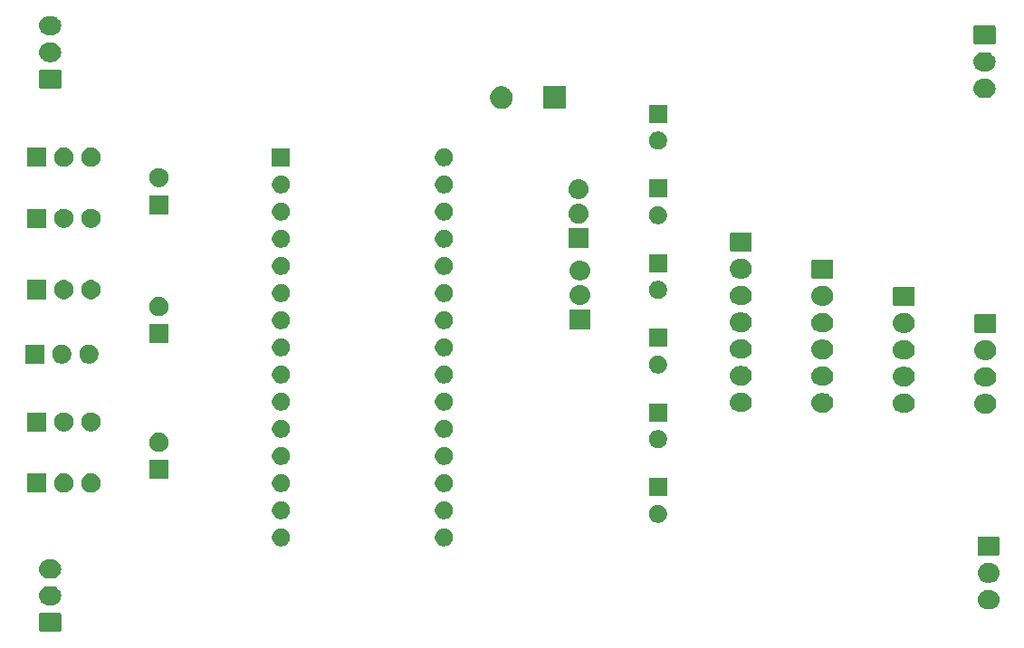
<source format=gbr>
G04 #@! TF.GenerationSoftware,KiCad,Pcbnew,5.1.5-52549c5~86~ubuntu16.04.1*
G04 #@! TF.CreationDate,2020-05-16T21:50:14+02:00*
G04 #@! TF.ProjectId,rc board,72632062-6f61-4726-942e-6b696361645f,rev?*
G04 #@! TF.SameCoordinates,Original*
G04 #@! TF.FileFunction,Soldermask,Bot*
G04 #@! TF.FilePolarity,Negative*
%FSLAX46Y46*%
G04 Gerber Fmt 4.6, Leading zero omitted, Abs format (unit mm)*
G04 Created by KiCad (PCBNEW 5.1.5-52549c5~86~ubuntu16.04.1) date 2020-05-16 21:50:14*
%MOMM*%
%LPD*%
G04 APERTURE LIST*
%ADD10C,0.100000*%
G04 APERTURE END LIST*
D10*
G36*
X19616100Y-76888589D02*
G01*
X19649152Y-76898615D01*
X19679603Y-76914892D01*
X19706299Y-76936801D01*
X19728208Y-76963497D01*
X19744485Y-76993948D01*
X19754511Y-77027000D01*
X19758500Y-77067503D01*
X19758500Y-78503697D01*
X19754511Y-78544200D01*
X19744485Y-78577252D01*
X19728208Y-78607703D01*
X19706299Y-78634399D01*
X19679603Y-78656308D01*
X19649152Y-78672585D01*
X19616100Y-78682611D01*
X19575597Y-78686600D01*
X17889403Y-78686600D01*
X17848900Y-78682611D01*
X17815848Y-78672585D01*
X17785397Y-78656308D01*
X17758701Y-78634399D01*
X17736792Y-78607703D01*
X17720515Y-78577252D01*
X17710489Y-78544200D01*
X17706500Y-78503697D01*
X17706500Y-77067503D01*
X17710489Y-77027000D01*
X17720515Y-76993948D01*
X17736792Y-76963497D01*
X17758701Y-76936801D01*
X17785397Y-76914892D01*
X17815848Y-76898615D01*
X17848900Y-76888589D01*
X17889403Y-76884600D01*
X19575597Y-76884600D01*
X19616100Y-76888589D01*
G37*
G36*
X106724943Y-74755619D02*
G01*
X106791127Y-74762137D01*
X106960966Y-74813657D01*
X107117491Y-74897322D01*
X107153229Y-74926652D01*
X107254686Y-75009914D01*
X107335980Y-75108973D01*
X107367278Y-75147109D01*
X107450943Y-75303634D01*
X107502463Y-75473473D01*
X107519859Y-75650100D01*
X107502463Y-75826727D01*
X107450943Y-75996566D01*
X107367278Y-76153091D01*
X107350477Y-76173563D01*
X107254686Y-76290286D01*
X107153229Y-76373548D01*
X107117491Y-76402878D01*
X106960966Y-76486543D01*
X106791127Y-76538063D01*
X106724942Y-76544582D01*
X106658760Y-76551100D01*
X106320240Y-76551100D01*
X106254058Y-76544582D01*
X106187873Y-76538063D01*
X106018034Y-76486543D01*
X105861509Y-76402878D01*
X105825771Y-76373548D01*
X105724314Y-76290286D01*
X105628523Y-76173563D01*
X105611722Y-76153091D01*
X105528057Y-75996566D01*
X105476537Y-75826727D01*
X105459141Y-75650100D01*
X105476537Y-75473473D01*
X105528057Y-75303634D01*
X105611722Y-75147109D01*
X105643020Y-75108973D01*
X105724314Y-75009914D01*
X105825771Y-74926652D01*
X105861509Y-74897322D01*
X106018034Y-74813657D01*
X106187873Y-74762137D01*
X106254057Y-74755619D01*
X106320240Y-74749100D01*
X106658760Y-74749100D01*
X106724943Y-74755619D01*
G37*
G36*
X18967942Y-74391118D02*
G01*
X19034127Y-74397637D01*
X19203966Y-74449157D01*
X19360491Y-74532822D01*
X19396229Y-74562152D01*
X19497686Y-74645414D01*
X19580948Y-74746871D01*
X19610278Y-74782609D01*
X19693943Y-74939134D01*
X19745463Y-75108973D01*
X19762859Y-75285600D01*
X19745463Y-75462227D01*
X19693943Y-75632066D01*
X19610278Y-75788591D01*
X19580948Y-75824329D01*
X19497686Y-75925786D01*
X19396229Y-76009048D01*
X19360491Y-76038378D01*
X19203966Y-76122043D01*
X19034127Y-76173563D01*
X18967943Y-76180081D01*
X18901760Y-76186600D01*
X18563240Y-76186600D01*
X18497057Y-76180081D01*
X18430873Y-76173563D01*
X18261034Y-76122043D01*
X18104509Y-76038378D01*
X18068771Y-76009048D01*
X17967314Y-75925786D01*
X17884052Y-75824329D01*
X17854722Y-75788591D01*
X17771057Y-75632066D01*
X17719537Y-75462227D01*
X17702141Y-75285600D01*
X17719537Y-75108973D01*
X17771057Y-74939134D01*
X17854722Y-74782609D01*
X17884052Y-74746871D01*
X17967314Y-74645414D01*
X18068771Y-74562152D01*
X18104509Y-74532822D01*
X18261034Y-74449157D01*
X18430873Y-74397637D01*
X18497058Y-74391118D01*
X18563240Y-74384600D01*
X18901760Y-74384600D01*
X18967942Y-74391118D01*
G37*
G36*
X106724943Y-72255619D02*
G01*
X106791127Y-72262137D01*
X106960966Y-72313657D01*
X107117491Y-72397322D01*
X107153229Y-72426652D01*
X107254686Y-72509914D01*
X107335980Y-72608973D01*
X107367278Y-72647109D01*
X107450943Y-72803634D01*
X107502463Y-72973473D01*
X107519859Y-73150100D01*
X107502463Y-73326727D01*
X107450943Y-73496566D01*
X107367278Y-73653091D01*
X107350477Y-73673563D01*
X107254686Y-73790286D01*
X107153229Y-73873548D01*
X107117491Y-73902878D01*
X106960966Y-73986543D01*
X106791127Y-74038063D01*
X106724943Y-74044581D01*
X106658760Y-74051100D01*
X106320240Y-74051100D01*
X106254057Y-74044581D01*
X106187873Y-74038063D01*
X106018034Y-73986543D01*
X105861509Y-73902878D01*
X105825771Y-73873548D01*
X105724314Y-73790286D01*
X105628523Y-73673563D01*
X105611722Y-73653091D01*
X105528057Y-73496566D01*
X105476537Y-73326727D01*
X105459141Y-73150100D01*
X105476537Y-72973473D01*
X105528057Y-72803634D01*
X105611722Y-72647109D01*
X105643020Y-72608973D01*
X105724314Y-72509914D01*
X105825771Y-72426652D01*
X105861509Y-72397322D01*
X106018034Y-72313657D01*
X106187873Y-72262137D01*
X106254057Y-72255619D01*
X106320240Y-72249100D01*
X106658760Y-72249100D01*
X106724943Y-72255619D01*
G37*
G36*
X18967942Y-71891118D02*
G01*
X19034127Y-71897637D01*
X19203966Y-71949157D01*
X19360491Y-72032822D01*
X19396229Y-72062152D01*
X19497686Y-72145414D01*
X19580948Y-72246871D01*
X19610278Y-72282609D01*
X19693943Y-72439134D01*
X19745463Y-72608973D01*
X19762859Y-72785600D01*
X19745463Y-72962227D01*
X19693943Y-73132066D01*
X19610278Y-73288591D01*
X19580948Y-73324329D01*
X19497686Y-73425786D01*
X19396229Y-73509048D01*
X19360491Y-73538378D01*
X19203966Y-73622043D01*
X19034127Y-73673563D01*
X18967942Y-73680082D01*
X18901760Y-73686600D01*
X18563240Y-73686600D01*
X18497058Y-73680082D01*
X18430873Y-73673563D01*
X18261034Y-73622043D01*
X18104509Y-73538378D01*
X18068771Y-73509048D01*
X17967314Y-73425786D01*
X17884052Y-73324329D01*
X17854722Y-73288591D01*
X17771057Y-73132066D01*
X17719537Y-72962227D01*
X17702141Y-72785600D01*
X17719537Y-72608973D01*
X17771057Y-72439134D01*
X17854722Y-72282609D01*
X17884052Y-72246871D01*
X17967314Y-72145414D01*
X18068771Y-72062152D01*
X18104509Y-72032822D01*
X18261034Y-71949157D01*
X18430873Y-71897637D01*
X18497058Y-71891118D01*
X18563240Y-71884600D01*
X18901760Y-71884600D01*
X18967942Y-71891118D01*
G37*
G36*
X107373100Y-69753089D02*
G01*
X107406152Y-69763115D01*
X107436603Y-69779392D01*
X107463299Y-69801301D01*
X107485208Y-69827997D01*
X107501485Y-69858448D01*
X107511511Y-69891500D01*
X107515500Y-69932003D01*
X107515500Y-71368197D01*
X107511511Y-71408700D01*
X107501485Y-71441752D01*
X107485208Y-71472203D01*
X107463299Y-71498899D01*
X107436603Y-71520808D01*
X107406152Y-71537085D01*
X107373100Y-71547111D01*
X107332597Y-71551100D01*
X105646403Y-71551100D01*
X105605900Y-71547111D01*
X105572848Y-71537085D01*
X105542397Y-71520808D01*
X105515701Y-71498899D01*
X105493792Y-71472203D01*
X105477515Y-71441752D01*
X105467489Y-71408700D01*
X105463500Y-71368197D01*
X105463500Y-69932003D01*
X105467489Y-69891500D01*
X105477515Y-69858448D01*
X105493792Y-69827997D01*
X105515701Y-69801301D01*
X105542397Y-69779392D01*
X105572848Y-69763115D01*
X105605900Y-69753089D01*
X105646403Y-69749100D01*
X107332597Y-69749100D01*
X107373100Y-69753089D01*
G37*
G36*
X40570728Y-69006303D02*
G01*
X40725600Y-69070453D01*
X40864981Y-69163585D01*
X40983515Y-69282119D01*
X41076647Y-69421500D01*
X41140797Y-69576372D01*
X41173500Y-69740784D01*
X41173500Y-69908416D01*
X41140797Y-70072828D01*
X41076647Y-70227700D01*
X40983515Y-70367081D01*
X40864981Y-70485615D01*
X40725600Y-70578747D01*
X40570728Y-70642897D01*
X40406316Y-70675600D01*
X40238684Y-70675600D01*
X40074272Y-70642897D01*
X39919400Y-70578747D01*
X39780019Y-70485615D01*
X39661485Y-70367081D01*
X39568353Y-70227700D01*
X39504203Y-70072828D01*
X39471500Y-69908416D01*
X39471500Y-69740784D01*
X39504203Y-69576372D01*
X39568353Y-69421500D01*
X39661485Y-69282119D01*
X39780019Y-69163585D01*
X39919400Y-69070453D01*
X40074272Y-69006303D01*
X40238684Y-68973600D01*
X40406316Y-68973600D01*
X40570728Y-69006303D01*
G37*
G36*
X55810728Y-69006303D02*
G01*
X55965600Y-69070453D01*
X56104981Y-69163585D01*
X56223515Y-69282119D01*
X56316647Y-69421500D01*
X56380797Y-69576372D01*
X56413500Y-69740784D01*
X56413500Y-69908416D01*
X56380797Y-70072828D01*
X56316647Y-70227700D01*
X56223515Y-70367081D01*
X56104981Y-70485615D01*
X55965600Y-70578747D01*
X55810728Y-70642897D01*
X55646316Y-70675600D01*
X55478684Y-70675600D01*
X55314272Y-70642897D01*
X55159400Y-70578747D01*
X55020019Y-70485615D01*
X54901485Y-70367081D01*
X54808353Y-70227700D01*
X54744203Y-70072828D01*
X54711500Y-69908416D01*
X54711500Y-69740784D01*
X54744203Y-69576372D01*
X54808353Y-69421500D01*
X54901485Y-69282119D01*
X55020019Y-69163585D01*
X55159400Y-69070453D01*
X55314272Y-69006303D01*
X55478684Y-68973600D01*
X55646316Y-68973600D01*
X55810728Y-69006303D01*
G37*
G36*
X75813228Y-66807303D02*
G01*
X75968100Y-66871453D01*
X76107481Y-66964585D01*
X76226015Y-67083119D01*
X76319147Y-67222500D01*
X76383297Y-67377372D01*
X76416000Y-67541784D01*
X76416000Y-67709416D01*
X76383297Y-67873828D01*
X76319147Y-68028700D01*
X76226015Y-68168081D01*
X76107481Y-68286615D01*
X75968100Y-68379747D01*
X75813228Y-68443897D01*
X75648816Y-68476600D01*
X75481184Y-68476600D01*
X75316772Y-68443897D01*
X75161900Y-68379747D01*
X75022519Y-68286615D01*
X74903985Y-68168081D01*
X74810853Y-68028700D01*
X74746703Y-67873828D01*
X74714000Y-67709416D01*
X74714000Y-67541784D01*
X74746703Y-67377372D01*
X74810853Y-67222500D01*
X74903985Y-67083119D01*
X75022519Y-66964585D01*
X75161900Y-66871453D01*
X75316772Y-66807303D01*
X75481184Y-66774600D01*
X75648816Y-66774600D01*
X75813228Y-66807303D01*
G37*
G36*
X55810728Y-66466303D02*
G01*
X55965600Y-66530453D01*
X56104981Y-66623585D01*
X56223515Y-66742119D01*
X56316647Y-66881500D01*
X56380797Y-67036372D01*
X56413500Y-67200784D01*
X56413500Y-67368416D01*
X56380797Y-67532828D01*
X56316647Y-67687700D01*
X56223515Y-67827081D01*
X56104981Y-67945615D01*
X55965600Y-68038747D01*
X55810728Y-68102897D01*
X55646316Y-68135600D01*
X55478684Y-68135600D01*
X55314272Y-68102897D01*
X55159400Y-68038747D01*
X55020019Y-67945615D01*
X54901485Y-67827081D01*
X54808353Y-67687700D01*
X54744203Y-67532828D01*
X54711500Y-67368416D01*
X54711500Y-67200784D01*
X54744203Y-67036372D01*
X54808353Y-66881500D01*
X54901485Y-66742119D01*
X55020019Y-66623585D01*
X55159400Y-66530453D01*
X55314272Y-66466303D01*
X55478684Y-66433600D01*
X55646316Y-66433600D01*
X55810728Y-66466303D01*
G37*
G36*
X40570728Y-66466303D02*
G01*
X40725600Y-66530453D01*
X40864981Y-66623585D01*
X40983515Y-66742119D01*
X41076647Y-66881500D01*
X41140797Y-67036372D01*
X41173500Y-67200784D01*
X41173500Y-67368416D01*
X41140797Y-67532828D01*
X41076647Y-67687700D01*
X40983515Y-67827081D01*
X40864981Y-67945615D01*
X40725600Y-68038747D01*
X40570728Y-68102897D01*
X40406316Y-68135600D01*
X40238684Y-68135600D01*
X40074272Y-68102897D01*
X39919400Y-68038747D01*
X39780019Y-67945615D01*
X39661485Y-67827081D01*
X39568353Y-67687700D01*
X39504203Y-67532828D01*
X39471500Y-67368416D01*
X39471500Y-67200784D01*
X39504203Y-67036372D01*
X39568353Y-66881500D01*
X39661485Y-66742119D01*
X39780019Y-66623585D01*
X39919400Y-66530453D01*
X40074272Y-66466303D01*
X40238684Y-66433600D01*
X40406316Y-66433600D01*
X40570728Y-66466303D01*
G37*
G36*
X76416000Y-65976600D02*
G01*
X74714000Y-65976600D01*
X74714000Y-64274600D01*
X76416000Y-64274600D01*
X76416000Y-65976600D01*
G37*
G36*
X20116012Y-63848527D02*
G01*
X20265312Y-63878224D01*
X20429284Y-63946144D01*
X20576854Y-64044747D01*
X20702353Y-64170246D01*
X20800956Y-64317816D01*
X20868876Y-64481788D01*
X20903500Y-64655859D01*
X20903500Y-64833341D01*
X20868876Y-65007412D01*
X20800956Y-65171384D01*
X20702353Y-65318954D01*
X20576854Y-65444453D01*
X20429284Y-65543056D01*
X20265312Y-65610976D01*
X20116012Y-65640673D01*
X20091242Y-65645600D01*
X19913758Y-65645600D01*
X19888988Y-65640673D01*
X19739688Y-65610976D01*
X19575716Y-65543056D01*
X19428146Y-65444453D01*
X19302647Y-65318954D01*
X19204044Y-65171384D01*
X19136124Y-65007412D01*
X19101500Y-64833341D01*
X19101500Y-64655859D01*
X19136124Y-64481788D01*
X19204044Y-64317816D01*
X19302647Y-64170246D01*
X19428146Y-64044747D01*
X19575716Y-63946144D01*
X19739688Y-63878224D01*
X19888988Y-63848527D01*
X19913758Y-63843600D01*
X20091242Y-63843600D01*
X20116012Y-63848527D01*
G37*
G36*
X22656012Y-63848527D02*
G01*
X22805312Y-63878224D01*
X22969284Y-63946144D01*
X23116854Y-64044747D01*
X23242353Y-64170246D01*
X23340956Y-64317816D01*
X23408876Y-64481788D01*
X23443500Y-64655859D01*
X23443500Y-64833341D01*
X23408876Y-65007412D01*
X23340956Y-65171384D01*
X23242353Y-65318954D01*
X23116854Y-65444453D01*
X22969284Y-65543056D01*
X22805312Y-65610976D01*
X22656012Y-65640673D01*
X22631242Y-65645600D01*
X22453758Y-65645600D01*
X22428988Y-65640673D01*
X22279688Y-65610976D01*
X22115716Y-65543056D01*
X21968146Y-65444453D01*
X21842647Y-65318954D01*
X21744044Y-65171384D01*
X21676124Y-65007412D01*
X21641500Y-64833341D01*
X21641500Y-64655859D01*
X21676124Y-64481788D01*
X21744044Y-64317816D01*
X21842647Y-64170246D01*
X21968146Y-64044747D01*
X22115716Y-63946144D01*
X22279688Y-63878224D01*
X22428988Y-63848527D01*
X22453758Y-63843600D01*
X22631242Y-63843600D01*
X22656012Y-63848527D01*
G37*
G36*
X18363500Y-65645600D02*
G01*
X16561500Y-65645600D01*
X16561500Y-63843600D01*
X18363500Y-63843600D01*
X18363500Y-65645600D01*
G37*
G36*
X55810728Y-63926303D02*
G01*
X55965600Y-63990453D01*
X56104981Y-64083585D01*
X56223515Y-64202119D01*
X56316647Y-64341500D01*
X56380797Y-64496372D01*
X56413500Y-64660784D01*
X56413500Y-64828416D01*
X56380797Y-64992828D01*
X56316647Y-65147700D01*
X56223515Y-65287081D01*
X56104981Y-65405615D01*
X55965600Y-65498747D01*
X55810728Y-65562897D01*
X55646316Y-65595600D01*
X55478684Y-65595600D01*
X55314272Y-65562897D01*
X55159400Y-65498747D01*
X55020019Y-65405615D01*
X54901485Y-65287081D01*
X54808353Y-65147700D01*
X54744203Y-64992828D01*
X54711500Y-64828416D01*
X54711500Y-64660784D01*
X54744203Y-64496372D01*
X54808353Y-64341500D01*
X54901485Y-64202119D01*
X55020019Y-64083585D01*
X55159400Y-63990453D01*
X55314272Y-63926303D01*
X55478684Y-63893600D01*
X55646316Y-63893600D01*
X55810728Y-63926303D01*
G37*
G36*
X40570728Y-63926303D02*
G01*
X40725600Y-63990453D01*
X40864981Y-64083585D01*
X40983515Y-64202119D01*
X41076647Y-64341500D01*
X41140797Y-64496372D01*
X41173500Y-64660784D01*
X41173500Y-64828416D01*
X41140797Y-64992828D01*
X41076647Y-65147700D01*
X40983515Y-65287081D01*
X40864981Y-65405615D01*
X40725600Y-65498747D01*
X40570728Y-65562897D01*
X40406316Y-65595600D01*
X40238684Y-65595600D01*
X40074272Y-65562897D01*
X39919400Y-65498747D01*
X39780019Y-65405615D01*
X39661485Y-65287081D01*
X39568353Y-65147700D01*
X39504203Y-64992828D01*
X39471500Y-64828416D01*
X39471500Y-64660784D01*
X39504203Y-64496372D01*
X39568353Y-64341500D01*
X39661485Y-64202119D01*
X39780019Y-64083585D01*
X39919400Y-63990453D01*
X40074272Y-63926303D01*
X40238684Y-63893600D01*
X40406316Y-63893600D01*
X40570728Y-63926303D01*
G37*
G36*
X29793500Y-64375600D02*
G01*
X27991500Y-64375600D01*
X27991500Y-62573600D01*
X29793500Y-62573600D01*
X29793500Y-64375600D01*
G37*
G36*
X55810728Y-61386303D02*
G01*
X55965600Y-61450453D01*
X56104981Y-61543585D01*
X56223515Y-61662119D01*
X56316647Y-61801500D01*
X56380797Y-61956372D01*
X56413500Y-62120784D01*
X56413500Y-62288416D01*
X56380797Y-62452828D01*
X56316647Y-62607700D01*
X56223515Y-62747081D01*
X56104981Y-62865615D01*
X55965600Y-62958747D01*
X55810728Y-63022897D01*
X55646316Y-63055600D01*
X55478684Y-63055600D01*
X55314272Y-63022897D01*
X55159400Y-62958747D01*
X55020019Y-62865615D01*
X54901485Y-62747081D01*
X54808353Y-62607700D01*
X54744203Y-62452828D01*
X54711500Y-62288416D01*
X54711500Y-62120784D01*
X54744203Y-61956372D01*
X54808353Y-61801500D01*
X54901485Y-61662119D01*
X55020019Y-61543585D01*
X55159400Y-61450453D01*
X55314272Y-61386303D01*
X55478684Y-61353600D01*
X55646316Y-61353600D01*
X55810728Y-61386303D01*
G37*
G36*
X40570728Y-61386303D02*
G01*
X40725600Y-61450453D01*
X40864981Y-61543585D01*
X40983515Y-61662119D01*
X41076647Y-61801500D01*
X41140797Y-61956372D01*
X41173500Y-62120784D01*
X41173500Y-62288416D01*
X41140797Y-62452828D01*
X41076647Y-62607700D01*
X40983515Y-62747081D01*
X40864981Y-62865615D01*
X40725600Y-62958747D01*
X40570728Y-63022897D01*
X40406316Y-63055600D01*
X40238684Y-63055600D01*
X40074272Y-63022897D01*
X39919400Y-62958747D01*
X39780019Y-62865615D01*
X39661485Y-62747081D01*
X39568353Y-62607700D01*
X39504203Y-62452828D01*
X39471500Y-62288416D01*
X39471500Y-62120784D01*
X39504203Y-61956372D01*
X39568353Y-61801500D01*
X39661485Y-61662119D01*
X39780019Y-61543585D01*
X39919400Y-61450453D01*
X40074272Y-61386303D01*
X40238684Y-61353600D01*
X40406316Y-61353600D01*
X40570728Y-61386303D01*
G37*
G36*
X29006012Y-60038527D02*
G01*
X29155312Y-60068224D01*
X29319284Y-60136144D01*
X29466854Y-60234747D01*
X29592353Y-60360246D01*
X29690956Y-60507816D01*
X29758876Y-60671788D01*
X29793500Y-60845859D01*
X29793500Y-61023341D01*
X29758876Y-61197412D01*
X29690956Y-61361384D01*
X29592353Y-61508954D01*
X29466854Y-61634453D01*
X29319284Y-61733056D01*
X29155312Y-61800976D01*
X29006012Y-61830673D01*
X28981242Y-61835600D01*
X28803758Y-61835600D01*
X28778988Y-61830673D01*
X28629688Y-61800976D01*
X28465716Y-61733056D01*
X28318146Y-61634453D01*
X28192647Y-61508954D01*
X28094044Y-61361384D01*
X28026124Y-61197412D01*
X27991500Y-61023341D01*
X27991500Y-60845859D01*
X28026124Y-60671788D01*
X28094044Y-60507816D01*
X28192647Y-60360246D01*
X28318146Y-60234747D01*
X28465716Y-60136144D01*
X28629688Y-60068224D01*
X28778988Y-60038527D01*
X28803758Y-60033600D01*
X28981242Y-60033600D01*
X29006012Y-60038527D01*
G37*
G36*
X75813228Y-59822303D02*
G01*
X75968100Y-59886453D01*
X76107481Y-59979585D01*
X76226015Y-60098119D01*
X76319147Y-60237500D01*
X76383297Y-60392372D01*
X76416000Y-60556784D01*
X76416000Y-60724416D01*
X76383297Y-60888828D01*
X76319147Y-61043700D01*
X76226015Y-61183081D01*
X76107481Y-61301615D01*
X75968100Y-61394747D01*
X75813228Y-61458897D01*
X75648816Y-61491600D01*
X75481184Y-61491600D01*
X75316772Y-61458897D01*
X75161900Y-61394747D01*
X75022519Y-61301615D01*
X74903985Y-61183081D01*
X74810853Y-61043700D01*
X74746703Y-60888828D01*
X74714000Y-60724416D01*
X74714000Y-60556784D01*
X74746703Y-60392372D01*
X74810853Y-60237500D01*
X74903985Y-60098119D01*
X75022519Y-59979585D01*
X75161900Y-59886453D01*
X75316772Y-59822303D01*
X75481184Y-59789600D01*
X75648816Y-59789600D01*
X75813228Y-59822303D01*
G37*
G36*
X55810728Y-58846303D02*
G01*
X55965600Y-58910453D01*
X56104981Y-59003585D01*
X56223515Y-59122119D01*
X56316647Y-59261500D01*
X56380797Y-59416372D01*
X56413500Y-59580784D01*
X56413500Y-59748416D01*
X56380797Y-59912828D01*
X56316647Y-60067700D01*
X56223515Y-60207081D01*
X56104981Y-60325615D01*
X55965600Y-60418747D01*
X55810728Y-60482897D01*
X55646316Y-60515600D01*
X55478684Y-60515600D01*
X55314272Y-60482897D01*
X55159400Y-60418747D01*
X55020019Y-60325615D01*
X54901485Y-60207081D01*
X54808353Y-60067700D01*
X54744203Y-59912828D01*
X54711500Y-59748416D01*
X54711500Y-59580784D01*
X54744203Y-59416372D01*
X54808353Y-59261500D01*
X54901485Y-59122119D01*
X55020019Y-59003585D01*
X55159400Y-58910453D01*
X55314272Y-58846303D01*
X55478684Y-58813600D01*
X55646316Y-58813600D01*
X55810728Y-58846303D01*
G37*
G36*
X40570728Y-58846303D02*
G01*
X40725600Y-58910453D01*
X40864981Y-59003585D01*
X40983515Y-59122119D01*
X41076647Y-59261500D01*
X41140797Y-59416372D01*
X41173500Y-59580784D01*
X41173500Y-59748416D01*
X41140797Y-59912828D01*
X41076647Y-60067700D01*
X40983515Y-60207081D01*
X40864981Y-60325615D01*
X40725600Y-60418747D01*
X40570728Y-60482897D01*
X40406316Y-60515600D01*
X40238684Y-60515600D01*
X40074272Y-60482897D01*
X39919400Y-60418747D01*
X39780019Y-60325615D01*
X39661485Y-60207081D01*
X39568353Y-60067700D01*
X39504203Y-59912828D01*
X39471500Y-59748416D01*
X39471500Y-59580784D01*
X39504203Y-59416372D01*
X39568353Y-59261500D01*
X39661485Y-59122119D01*
X39780019Y-59003585D01*
X39919400Y-58910453D01*
X40074272Y-58846303D01*
X40238684Y-58813600D01*
X40406316Y-58813600D01*
X40570728Y-58846303D01*
G37*
G36*
X22656012Y-58133527D02*
G01*
X22805312Y-58163224D01*
X22969284Y-58231144D01*
X23116854Y-58329747D01*
X23242353Y-58455246D01*
X23340956Y-58602816D01*
X23408876Y-58766788D01*
X23443500Y-58940859D01*
X23443500Y-59118341D01*
X23408876Y-59292412D01*
X23340956Y-59456384D01*
X23242353Y-59603954D01*
X23116854Y-59729453D01*
X22969284Y-59828056D01*
X22805312Y-59895976D01*
X22656012Y-59925673D01*
X22631242Y-59930600D01*
X22453758Y-59930600D01*
X22428988Y-59925673D01*
X22279688Y-59895976D01*
X22115716Y-59828056D01*
X21968146Y-59729453D01*
X21842647Y-59603954D01*
X21744044Y-59456384D01*
X21676124Y-59292412D01*
X21641500Y-59118341D01*
X21641500Y-58940859D01*
X21676124Y-58766788D01*
X21744044Y-58602816D01*
X21842647Y-58455246D01*
X21968146Y-58329747D01*
X22115716Y-58231144D01*
X22279688Y-58163224D01*
X22428988Y-58133527D01*
X22453758Y-58128600D01*
X22631242Y-58128600D01*
X22656012Y-58133527D01*
G37*
G36*
X20116012Y-58133527D02*
G01*
X20265312Y-58163224D01*
X20429284Y-58231144D01*
X20576854Y-58329747D01*
X20702353Y-58455246D01*
X20800956Y-58602816D01*
X20868876Y-58766788D01*
X20903500Y-58940859D01*
X20903500Y-59118341D01*
X20868876Y-59292412D01*
X20800956Y-59456384D01*
X20702353Y-59603954D01*
X20576854Y-59729453D01*
X20429284Y-59828056D01*
X20265312Y-59895976D01*
X20116012Y-59925673D01*
X20091242Y-59930600D01*
X19913758Y-59930600D01*
X19888988Y-59925673D01*
X19739688Y-59895976D01*
X19575716Y-59828056D01*
X19428146Y-59729453D01*
X19302647Y-59603954D01*
X19204044Y-59456384D01*
X19136124Y-59292412D01*
X19101500Y-59118341D01*
X19101500Y-58940859D01*
X19136124Y-58766788D01*
X19204044Y-58602816D01*
X19302647Y-58455246D01*
X19428146Y-58329747D01*
X19575716Y-58231144D01*
X19739688Y-58163224D01*
X19888988Y-58133527D01*
X19913758Y-58128600D01*
X20091242Y-58128600D01*
X20116012Y-58133527D01*
G37*
G36*
X18363500Y-59930600D02*
G01*
X16561500Y-59930600D01*
X16561500Y-58128600D01*
X18363500Y-58128600D01*
X18363500Y-59930600D01*
G37*
G36*
X76416000Y-58991600D02*
G01*
X74714000Y-58991600D01*
X74714000Y-57289600D01*
X76416000Y-57289600D01*
X76416000Y-58991600D01*
G37*
G36*
X106407443Y-56427619D02*
G01*
X106473627Y-56434137D01*
X106643466Y-56485657D01*
X106799991Y-56569322D01*
X106815584Y-56582119D01*
X106937186Y-56681914D01*
X107016951Y-56779109D01*
X107049778Y-56819109D01*
X107133443Y-56975634D01*
X107184963Y-57145473D01*
X107202359Y-57322100D01*
X107184963Y-57498727D01*
X107133443Y-57668566D01*
X107049778Y-57825091D01*
X107035667Y-57842285D01*
X106937186Y-57962286D01*
X106848731Y-58034878D01*
X106799991Y-58074878D01*
X106643466Y-58158543D01*
X106473627Y-58210063D01*
X106407442Y-58216582D01*
X106341260Y-58223100D01*
X106002740Y-58223100D01*
X105936558Y-58216582D01*
X105870373Y-58210063D01*
X105700534Y-58158543D01*
X105544009Y-58074878D01*
X105495269Y-58034878D01*
X105406814Y-57962286D01*
X105308333Y-57842285D01*
X105294222Y-57825091D01*
X105210557Y-57668566D01*
X105159037Y-57498727D01*
X105141641Y-57322100D01*
X105159037Y-57145473D01*
X105210557Y-56975634D01*
X105294222Y-56819109D01*
X105327049Y-56779109D01*
X105406814Y-56681914D01*
X105528416Y-56582119D01*
X105544009Y-56569322D01*
X105700534Y-56485657D01*
X105870373Y-56434137D01*
X105936557Y-56427619D01*
X106002740Y-56421100D01*
X106341260Y-56421100D01*
X106407443Y-56427619D01*
G37*
G36*
X98787442Y-56387618D02*
G01*
X98853627Y-56394137D01*
X99023466Y-56445657D01*
X99179991Y-56529322D01*
X99215729Y-56558652D01*
X99317186Y-56641914D01*
X99382502Y-56721503D01*
X99429778Y-56779109D01*
X99513443Y-56935634D01*
X99564963Y-57105473D01*
X99582359Y-57282100D01*
X99564963Y-57458727D01*
X99513443Y-57628566D01*
X99429778Y-57785091D01*
X99400448Y-57820829D01*
X99317186Y-57922286D01*
X99228731Y-57994878D01*
X99179991Y-58034878D01*
X99023466Y-58118543D01*
X98853627Y-58170063D01*
X98787442Y-58176582D01*
X98721260Y-58183100D01*
X98382740Y-58183100D01*
X98316558Y-58176582D01*
X98250373Y-58170063D01*
X98080534Y-58118543D01*
X97924009Y-58034878D01*
X97875269Y-57994878D01*
X97786814Y-57922286D01*
X97703552Y-57820829D01*
X97674222Y-57785091D01*
X97590557Y-57628566D01*
X97539037Y-57458727D01*
X97521641Y-57282100D01*
X97539037Y-57105473D01*
X97590557Y-56935634D01*
X97674222Y-56779109D01*
X97721498Y-56721503D01*
X97786814Y-56641914D01*
X97888271Y-56558652D01*
X97924009Y-56529322D01*
X98080534Y-56445657D01*
X98250373Y-56394137D01*
X98316558Y-56387618D01*
X98382740Y-56381100D01*
X98721260Y-56381100D01*
X98787442Y-56387618D01*
G37*
G36*
X91167443Y-56347619D02*
G01*
X91233627Y-56354137D01*
X91403466Y-56405657D01*
X91559991Y-56489322D01*
X91595729Y-56518652D01*
X91697186Y-56601914D01*
X91762839Y-56681914D01*
X91809778Y-56739109D01*
X91893443Y-56895634D01*
X91944963Y-57065473D01*
X91962359Y-57242100D01*
X91944963Y-57418727D01*
X91893443Y-57588566D01*
X91809778Y-57745091D01*
X91780448Y-57780829D01*
X91697186Y-57882286D01*
X91623330Y-57942897D01*
X91559991Y-57994878D01*
X91403466Y-58078543D01*
X91233627Y-58130063D01*
X91167442Y-58136582D01*
X91101260Y-58143100D01*
X90762740Y-58143100D01*
X90696558Y-58136582D01*
X90630373Y-58130063D01*
X90460534Y-58078543D01*
X90304009Y-57994878D01*
X90240670Y-57942897D01*
X90166814Y-57882286D01*
X90083552Y-57780829D01*
X90054222Y-57745091D01*
X89970557Y-57588566D01*
X89919037Y-57418727D01*
X89901641Y-57242100D01*
X89919037Y-57065473D01*
X89970557Y-56895634D01*
X90054222Y-56739109D01*
X90101161Y-56681914D01*
X90166814Y-56601914D01*
X90268271Y-56518652D01*
X90304009Y-56489322D01*
X90460534Y-56405657D01*
X90630373Y-56354137D01*
X90696557Y-56347619D01*
X90762740Y-56341100D01*
X91101260Y-56341100D01*
X91167443Y-56347619D01*
G37*
G36*
X83547443Y-56307619D02*
G01*
X83613627Y-56314137D01*
X83783466Y-56365657D01*
X83939991Y-56449322D01*
X83957370Y-56463585D01*
X84077186Y-56561914D01*
X84142839Y-56641914D01*
X84189778Y-56699109D01*
X84273443Y-56855634D01*
X84324963Y-57025473D01*
X84342359Y-57202100D01*
X84324963Y-57378727D01*
X84273443Y-57548566D01*
X84189778Y-57705091D01*
X84160448Y-57740829D01*
X84077186Y-57842286D01*
X83979705Y-57922285D01*
X83939991Y-57954878D01*
X83783466Y-58038543D01*
X83613627Y-58090063D01*
X83547442Y-58096582D01*
X83481260Y-58103100D01*
X83142740Y-58103100D01*
X83076558Y-58096582D01*
X83010373Y-58090063D01*
X82840534Y-58038543D01*
X82684009Y-57954878D01*
X82644295Y-57922285D01*
X82546814Y-57842286D01*
X82463552Y-57740829D01*
X82434222Y-57705091D01*
X82350557Y-57548566D01*
X82299037Y-57378727D01*
X82281641Y-57202100D01*
X82299037Y-57025473D01*
X82350557Y-56855634D01*
X82434222Y-56699109D01*
X82481161Y-56641914D01*
X82546814Y-56561914D01*
X82666630Y-56463585D01*
X82684009Y-56449322D01*
X82840534Y-56365657D01*
X83010373Y-56314137D01*
X83076557Y-56307619D01*
X83142740Y-56301100D01*
X83481260Y-56301100D01*
X83547443Y-56307619D01*
G37*
G36*
X40570728Y-56306303D02*
G01*
X40725600Y-56370453D01*
X40864981Y-56463585D01*
X40983515Y-56582119D01*
X41076647Y-56721500D01*
X41140797Y-56876372D01*
X41173500Y-57040784D01*
X41173500Y-57208416D01*
X41140797Y-57372828D01*
X41076647Y-57527700D01*
X40983515Y-57667081D01*
X40864981Y-57785615D01*
X40725600Y-57878747D01*
X40570728Y-57942897D01*
X40406316Y-57975600D01*
X40238684Y-57975600D01*
X40074272Y-57942897D01*
X39919400Y-57878747D01*
X39780019Y-57785615D01*
X39661485Y-57667081D01*
X39568353Y-57527700D01*
X39504203Y-57372828D01*
X39471500Y-57208416D01*
X39471500Y-57040784D01*
X39504203Y-56876372D01*
X39568353Y-56721500D01*
X39661485Y-56582119D01*
X39780019Y-56463585D01*
X39919400Y-56370453D01*
X40074272Y-56306303D01*
X40238684Y-56273600D01*
X40406316Y-56273600D01*
X40570728Y-56306303D01*
G37*
G36*
X55810728Y-56306303D02*
G01*
X55965600Y-56370453D01*
X56104981Y-56463585D01*
X56223515Y-56582119D01*
X56316647Y-56721500D01*
X56380797Y-56876372D01*
X56413500Y-57040784D01*
X56413500Y-57208416D01*
X56380797Y-57372828D01*
X56316647Y-57527700D01*
X56223515Y-57667081D01*
X56104981Y-57785615D01*
X55965600Y-57878747D01*
X55810728Y-57942897D01*
X55646316Y-57975600D01*
X55478684Y-57975600D01*
X55314272Y-57942897D01*
X55159400Y-57878747D01*
X55020019Y-57785615D01*
X54901485Y-57667081D01*
X54808353Y-57527700D01*
X54744203Y-57372828D01*
X54711500Y-57208416D01*
X54711500Y-57040784D01*
X54744203Y-56876372D01*
X54808353Y-56721500D01*
X54901485Y-56582119D01*
X55020019Y-56463585D01*
X55159400Y-56370453D01*
X55314272Y-56306303D01*
X55478684Y-56273600D01*
X55646316Y-56273600D01*
X55810728Y-56306303D01*
G37*
G36*
X106407442Y-53927618D02*
G01*
X106473627Y-53934137D01*
X106643466Y-53985657D01*
X106799991Y-54069322D01*
X106835729Y-54098652D01*
X106937186Y-54181914D01*
X107016951Y-54279109D01*
X107049778Y-54319109D01*
X107049779Y-54319111D01*
X107132514Y-54473895D01*
X107133443Y-54475634D01*
X107184963Y-54645473D01*
X107202359Y-54822100D01*
X107184963Y-54998727D01*
X107133443Y-55168566D01*
X107049778Y-55325091D01*
X107038570Y-55338748D01*
X106937186Y-55462286D01*
X106848731Y-55534878D01*
X106799991Y-55574878D01*
X106643466Y-55658543D01*
X106473627Y-55710063D01*
X106407442Y-55716582D01*
X106341260Y-55723100D01*
X106002740Y-55723100D01*
X105936558Y-55716582D01*
X105870373Y-55710063D01*
X105700534Y-55658543D01*
X105544009Y-55574878D01*
X105495269Y-55534878D01*
X105406814Y-55462286D01*
X105305430Y-55338748D01*
X105294222Y-55325091D01*
X105210557Y-55168566D01*
X105159037Y-54998727D01*
X105141641Y-54822100D01*
X105159037Y-54645473D01*
X105210557Y-54475634D01*
X105211487Y-54473895D01*
X105294221Y-54319111D01*
X105294222Y-54319109D01*
X105327049Y-54279109D01*
X105406814Y-54181914D01*
X105508271Y-54098652D01*
X105544009Y-54069322D01*
X105700534Y-53985657D01*
X105870373Y-53934137D01*
X105936558Y-53927618D01*
X106002740Y-53921100D01*
X106341260Y-53921100D01*
X106407442Y-53927618D01*
G37*
G36*
X98787443Y-53887619D02*
G01*
X98853627Y-53894137D01*
X99023466Y-53945657D01*
X99179991Y-54029322D01*
X99195584Y-54042119D01*
X99317186Y-54141914D01*
X99396951Y-54239109D01*
X99429778Y-54279109D01*
X99513443Y-54435634D01*
X99564963Y-54605473D01*
X99582359Y-54782100D01*
X99564963Y-54958727D01*
X99513443Y-55128566D01*
X99429778Y-55285091D01*
X99400448Y-55320829D01*
X99317186Y-55422286D01*
X99228731Y-55494878D01*
X99179991Y-55534878D01*
X99023466Y-55618543D01*
X98853627Y-55670063D01*
X98787443Y-55676581D01*
X98721260Y-55683100D01*
X98382740Y-55683100D01*
X98316557Y-55676581D01*
X98250373Y-55670063D01*
X98080534Y-55618543D01*
X97924009Y-55534878D01*
X97875269Y-55494878D01*
X97786814Y-55422286D01*
X97703552Y-55320829D01*
X97674222Y-55285091D01*
X97590557Y-55128566D01*
X97539037Y-54958727D01*
X97521641Y-54782100D01*
X97539037Y-54605473D01*
X97590557Y-54435634D01*
X97674222Y-54279109D01*
X97707049Y-54239109D01*
X97786814Y-54141914D01*
X97908416Y-54042119D01*
X97924009Y-54029322D01*
X98080534Y-53945657D01*
X98250373Y-53894137D01*
X98316557Y-53887619D01*
X98382740Y-53881100D01*
X98721260Y-53881100D01*
X98787443Y-53887619D01*
G37*
G36*
X91167442Y-53847618D02*
G01*
X91233627Y-53854137D01*
X91403466Y-53905657D01*
X91559991Y-53989322D01*
X91595729Y-54018652D01*
X91697186Y-54101914D01*
X91762502Y-54181503D01*
X91809778Y-54239109D01*
X91893443Y-54395634D01*
X91944963Y-54565473D01*
X91962359Y-54742100D01*
X91944963Y-54918727D01*
X91893443Y-55088566D01*
X91809778Y-55245091D01*
X91780448Y-55280829D01*
X91697186Y-55382286D01*
X91608731Y-55454878D01*
X91559991Y-55494878D01*
X91403466Y-55578543D01*
X91233627Y-55630063D01*
X91167443Y-55636581D01*
X91101260Y-55643100D01*
X90762740Y-55643100D01*
X90696557Y-55636581D01*
X90630373Y-55630063D01*
X90460534Y-55578543D01*
X90304009Y-55494878D01*
X90255269Y-55454878D01*
X90166814Y-55382286D01*
X90083552Y-55280829D01*
X90054222Y-55245091D01*
X89970557Y-55088566D01*
X89919037Y-54918727D01*
X89901641Y-54742100D01*
X89919037Y-54565473D01*
X89970557Y-54395634D01*
X90054222Y-54239109D01*
X90101498Y-54181503D01*
X90166814Y-54101914D01*
X90268271Y-54018652D01*
X90304009Y-53989322D01*
X90460534Y-53905657D01*
X90630373Y-53854137D01*
X90696558Y-53847618D01*
X90762740Y-53841100D01*
X91101260Y-53841100D01*
X91167442Y-53847618D01*
G37*
G36*
X83547442Y-53807618D02*
G01*
X83613627Y-53814137D01*
X83783466Y-53865657D01*
X83939991Y-53949322D01*
X83975729Y-53978652D01*
X84077186Y-54061914D01*
X84142839Y-54141914D01*
X84189778Y-54199109D01*
X84273443Y-54355634D01*
X84324963Y-54525473D01*
X84342359Y-54702100D01*
X84324963Y-54878727D01*
X84273443Y-55048566D01*
X84189778Y-55205091D01*
X84160448Y-55240829D01*
X84077186Y-55342286D01*
X84003330Y-55402897D01*
X83939991Y-55454878D01*
X83783466Y-55538543D01*
X83613627Y-55590063D01*
X83547442Y-55596582D01*
X83481260Y-55603100D01*
X83142740Y-55603100D01*
X83076558Y-55596582D01*
X83010373Y-55590063D01*
X82840534Y-55538543D01*
X82684009Y-55454878D01*
X82620670Y-55402897D01*
X82546814Y-55342286D01*
X82463552Y-55240829D01*
X82434222Y-55205091D01*
X82350557Y-55048566D01*
X82299037Y-54878727D01*
X82281641Y-54702100D01*
X82299037Y-54525473D01*
X82350557Y-54355634D01*
X82434222Y-54199109D01*
X82481161Y-54141914D01*
X82546814Y-54061914D01*
X82648271Y-53978652D01*
X82684009Y-53949322D01*
X82840534Y-53865657D01*
X83010373Y-53814137D01*
X83076558Y-53807618D01*
X83142740Y-53801100D01*
X83481260Y-53801100D01*
X83547442Y-53807618D01*
G37*
G36*
X55810728Y-53766303D02*
G01*
X55965600Y-53830453D01*
X56104981Y-53923585D01*
X56223515Y-54042119D01*
X56316647Y-54181500D01*
X56380797Y-54336372D01*
X56413500Y-54500784D01*
X56413500Y-54668416D01*
X56380797Y-54832828D01*
X56316647Y-54987700D01*
X56223515Y-55127081D01*
X56104981Y-55245615D01*
X55965600Y-55338747D01*
X55810728Y-55402897D01*
X55646316Y-55435600D01*
X55478684Y-55435600D01*
X55314272Y-55402897D01*
X55159400Y-55338747D01*
X55020019Y-55245615D01*
X54901485Y-55127081D01*
X54808353Y-54987700D01*
X54744203Y-54832828D01*
X54711500Y-54668416D01*
X54711500Y-54500784D01*
X54744203Y-54336372D01*
X54808353Y-54181500D01*
X54901485Y-54042119D01*
X55020019Y-53923585D01*
X55159400Y-53830453D01*
X55314272Y-53766303D01*
X55478684Y-53733600D01*
X55646316Y-53733600D01*
X55810728Y-53766303D01*
G37*
G36*
X40570728Y-53766303D02*
G01*
X40725600Y-53830453D01*
X40864981Y-53923585D01*
X40983515Y-54042119D01*
X41076647Y-54181500D01*
X41140797Y-54336372D01*
X41173500Y-54500784D01*
X41173500Y-54668416D01*
X41140797Y-54832828D01*
X41076647Y-54987700D01*
X40983515Y-55127081D01*
X40864981Y-55245615D01*
X40725600Y-55338747D01*
X40570728Y-55402897D01*
X40406316Y-55435600D01*
X40238684Y-55435600D01*
X40074272Y-55402897D01*
X39919400Y-55338747D01*
X39780019Y-55245615D01*
X39661485Y-55127081D01*
X39568353Y-54987700D01*
X39504203Y-54832828D01*
X39471500Y-54668416D01*
X39471500Y-54500784D01*
X39504203Y-54336372D01*
X39568353Y-54181500D01*
X39661485Y-54042119D01*
X39780019Y-53923585D01*
X39919400Y-53830453D01*
X40074272Y-53766303D01*
X40238684Y-53733600D01*
X40406316Y-53733600D01*
X40570728Y-53766303D01*
G37*
G36*
X75813228Y-52837303D02*
G01*
X75968100Y-52901453D01*
X76107481Y-52994585D01*
X76226015Y-53113119D01*
X76319147Y-53252500D01*
X76383297Y-53407372D01*
X76416000Y-53571784D01*
X76416000Y-53739416D01*
X76383297Y-53903828D01*
X76319147Y-54058700D01*
X76226015Y-54198081D01*
X76107481Y-54316615D01*
X75968100Y-54409747D01*
X75813228Y-54473897D01*
X75648816Y-54506600D01*
X75481184Y-54506600D01*
X75316772Y-54473897D01*
X75161900Y-54409747D01*
X75022519Y-54316615D01*
X74903985Y-54198081D01*
X74810853Y-54058700D01*
X74746703Y-53903828D01*
X74714000Y-53739416D01*
X74714000Y-53571784D01*
X74746703Y-53407372D01*
X74810853Y-53252500D01*
X74903985Y-53113119D01*
X75022519Y-52994585D01*
X75161900Y-52901453D01*
X75316772Y-52837303D01*
X75481184Y-52804600D01*
X75648816Y-52804600D01*
X75813228Y-52837303D01*
G37*
G36*
X18173000Y-53580600D02*
G01*
X16371000Y-53580600D01*
X16371000Y-51778600D01*
X18173000Y-51778600D01*
X18173000Y-53580600D01*
G37*
G36*
X22465512Y-51783527D02*
G01*
X22614812Y-51813224D01*
X22778784Y-51881144D01*
X22926354Y-51979747D01*
X23051853Y-52105246D01*
X23150456Y-52252816D01*
X23218376Y-52416788D01*
X23253000Y-52590859D01*
X23253000Y-52768341D01*
X23218376Y-52942412D01*
X23150456Y-53106384D01*
X23051853Y-53253954D01*
X22926354Y-53379453D01*
X22778784Y-53478056D01*
X22614812Y-53545976D01*
X22465512Y-53575673D01*
X22440742Y-53580600D01*
X22263258Y-53580600D01*
X22238488Y-53575673D01*
X22089188Y-53545976D01*
X21925216Y-53478056D01*
X21777646Y-53379453D01*
X21652147Y-53253954D01*
X21553544Y-53106384D01*
X21485624Y-52942412D01*
X21451000Y-52768341D01*
X21451000Y-52590859D01*
X21485624Y-52416788D01*
X21553544Y-52252816D01*
X21652147Y-52105246D01*
X21777646Y-51979747D01*
X21925216Y-51881144D01*
X22089188Y-51813224D01*
X22238488Y-51783527D01*
X22263258Y-51778600D01*
X22440742Y-51778600D01*
X22465512Y-51783527D01*
G37*
G36*
X19925512Y-51783527D02*
G01*
X20074812Y-51813224D01*
X20238784Y-51881144D01*
X20386354Y-51979747D01*
X20511853Y-52105246D01*
X20610456Y-52252816D01*
X20678376Y-52416788D01*
X20713000Y-52590859D01*
X20713000Y-52768341D01*
X20678376Y-52942412D01*
X20610456Y-53106384D01*
X20511853Y-53253954D01*
X20386354Y-53379453D01*
X20238784Y-53478056D01*
X20074812Y-53545976D01*
X19925512Y-53575673D01*
X19900742Y-53580600D01*
X19723258Y-53580600D01*
X19698488Y-53575673D01*
X19549188Y-53545976D01*
X19385216Y-53478056D01*
X19237646Y-53379453D01*
X19112147Y-53253954D01*
X19013544Y-53106384D01*
X18945624Y-52942412D01*
X18911000Y-52768341D01*
X18911000Y-52590859D01*
X18945624Y-52416788D01*
X19013544Y-52252816D01*
X19112147Y-52105246D01*
X19237646Y-51979747D01*
X19385216Y-51881144D01*
X19549188Y-51813224D01*
X19698488Y-51783527D01*
X19723258Y-51778600D01*
X19900742Y-51778600D01*
X19925512Y-51783527D01*
G37*
G36*
X106407442Y-51427618D02*
G01*
X106473627Y-51434137D01*
X106643466Y-51485657D01*
X106799991Y-51569322D01*
X106835729Y-51598652D01*
X106937186Y-51681914D01*
X107016533Y-51778600D01*
X107049778Y-51819109D01*
X107049779Y-51819111D01*
X107125506Y-51960784D01*
X107133443Y-51975634D01*
X107184963Y-52145473D01*
X107202359Y-52322100D01*
X107184963Y-52498727D01*
X107133443Y-52668566D01*
X107049778Y-52825091D01*
X107039754Y-52837305D01*
X106937186Y-52962286D01*
X106848731Y-53034878D01*
X106799991Y-53074878D01*
X106643466Y-53158543D01*
X106473627Y-53210063D01*
X106407442Y-53216582D01*
X106341260Y-53223100D01*
X106002740Y-53223100D01*
X105936558Y-53216582D01*
X105870373Y-53210063D01*
X105700534Y-53158543D01*
X105544009Y-53074878D01*
X105495269Y-53034878D01*
X105406814Y-52962286D01*
X105304246Y-52837305D01*
X105294222Y-52825091D01*
X105210557Y-52668566D01*
X105159037Y-52498727D01*
X105141641Y-52322100D01*
X105159037Y-52145473D01*
X105210557Y-51975634D01*
X105218495Y-51960784D01*
X105294221Y-51819111D01*
X105294222Y-51819109D01*
X105327467Y-51778600D01*
X105406814Y-51681914D01*
X105508271Y-51598652D01*
X105544009Y-51569322D01*
X105700534Y-51485657D01*
X105870373Y-51434137D01*
X105936558Y-51427618D01*
X106002740Y-51421100D01*
X106341260Y-51421100D01*
X106407442Y-51427618D01*
G37*
G36*
X98787443Y-51387619D02*
G01*
X98853627Y-51394137D01*
X99023466Y-51445657D01*
X99179991Y-51529322D01*
X99215729Y-51558652D01*
X99317186Y-51641914D01*
X99396951Y-51739109D01*
X99429778Y-51779109D01*
X99513443Y-51935634D01*
X99564963Y-52105473D01*
X99582359Y-52282100D01*
X99564963Y-52458727D01*
X99513443Y-52628566D01*
X99429778Y-52785091D01*
X99418570Y-52798748D01*
X99317186Y-52922286D01*
X99229088Y-52994585D01*
X99179991Y-53034878D01*
X99179989Y-53034879D01*
X99046218Y-53106382D01*
X99023466Y-53118543D01*
X98853627Y-53170063D01*
X98787443Y-53176581D01*
X98721260Y-53183100D01*
X98382740Y-53183100D01*
X98316557Y-53176581D01*
X98250373Y-53170063D01*
X98080534Y-53118543D01*
X98057783Y-53106382D01*
X97924011Y-53034879D01*
X97924009Y-53034878D01*
X97874912Y-52994585D01*
X97786814Y-52922286D01*
X97685430Y-52798748D01*
X97674222Y-52785091D01*
X97590557Y-52628566D01*
X97539037Y-52458727D01*
X97521641Y-52282100D01*
X97539037Y-52105473D01*
X97590557Y-51935634D01*
X97674222Y-51779109D01*
X97707049Y-51739109D01*
X97786814Y-51641914D01*
X97888271Y-51558652D01*
X97924009Y-51529322D01*
X98080534Y-51445657D01*
X98250373Y-51394137D01*
X98316557Y-51387619D01*
X98382740Y-51381100D01*
X98721260Y-51381100D01*
X98787443Y-51387619D01*
G37*
G36*
X91167443Y-51347619D02*
G01*
X91233627Y-51354137D01*
X91403466Y-51405657D01*
X91559991Y-51489322D01*
X91575584Y-51502119D01*
X91697186Y-51601914D01*
X91762839Y-51681914D01*
X91809778Y-51739109D01*
X91893443Y-51895634D01*
X91944963Y-52065473D01*
X91962359Y-52242100D01*
X91944963Y-52418727D01*
X91893443Y-52588566D01*
X91809778Y-52745091D01*
X91790697Y-52768341D01*
X91697186Y-52882286D01*
X91623922Y-52942411D01*
X91559991Y-52994878D01*
X91403466Y-53078543D01*
X91233627Y-53130063D01*
X91167442Y-53136582D01*
X91101260Y-53143100D01*
X90762740Y-53143100D01*
X90696558Y-53136582D01*
X90630373Y-53130063D01*
X90460534Y-53078543D01*
X90304009Y-52994878D01*
X90240078Y-52942411D01*
X90166814Y-52882286D01*
X90073303Y-52768341D01*
X90054222Y-52745091D01*
X89970557Y-52588566D01*
X89919037Y-52418727D01*
X89901641Y-52242100D01*
X89919037Y-52065473D01*
X89970557Y-51895634D01*
X90054222Y-51739109D01*
X90101161Y-51681914D01*
X90166814Y-51601914D01*
X90288416Y-51502119D01*
X90304009Y-51489322D01*
X90460534Y-51405657D01*
X90630373Y-51354137D01*
X90696557Y-51347619D01*
X90762740Y-51341100D01*
X91101260Y-51341100D01*
X91167443Y-51347619D01*
G37*
G36*
X83547442Y-51307618D02*
G01*
X83613627Y-51314137D01*
X83783466Y-51365657D01*
X83939991Y-51449322D01*
X83975729Y-51478652D01*
X84077186Y-51561914D01*
X84142502Y-51641503D01*
X84189778Y-51699109D01*
X84273443Y-51855634D01*
X84324963Y-52025473D01*
X84342359Y-52202100D01*
X84324963Y-52378727D01*
X84273443Y-52548566D01*
X84189778Y-52705091D01*
X84160448Y-52740829D01*
X84077186Y-52842286D01*
X83979705Y-52922285D01*
X83939991Y-52954878D01*
X83783466Y-53038543D01*
X83613627Y-53090063D01*
X83547442Y-53096582D01*
X83481260Y-53103100D01*
X83142740Y-53103100D01*
X83076558Y-53096582D01*
X83010373Y-53090063D01*
X82840534Y-53038543D01*
X82684009Y-52954878D01*
X82644295Y-52922285D01*
X82546814Y-52842286D01*
X82463552Y-52740829D01*
X82434222Y-52705091D01*
X82350557Y-52548566D01*
X82299037Y-52378727D01*
X82281641Y-52202100D01*
X82299037Y-52025473D01*
X82350557Y-51855634D01*
X82434222Y-51699109D01*
X82481498Y-51641503D01*
X82546814Y-51561914D01*
X82648271Y-51478652D01*
X82684009Y-51449322D01*
X82840534Y-51365657D01*
X83010373Y-51314137D01*
X83076557Y-51307619D01*
X83142740Y-51301100D01*
X83481260Y-51301100D01*
X83547442Y-51307618D01*
G37*
G36*
X55810728Y-51226303D02*
G01*
X55965600Y-51290453D01*
X56104981Y-51383585D01*
X56223515Y-51502119D01*
X56316647Y-51641500D01*
X56380797Y-51796372D01*
X56413500Y-51960784D01*
X56413500Y-52128416D01*
X56380797Y-52292828D01*
X56316647Y-52447700D01*
X56223515Y-52587081D01*
X56104981Y-52705615D01*
X55965600Y-52798747D01*
X55810728Y-52862897D01*
X55646316Y-52895600D01*
X55478684Y-52895600D01*
X55314272Y-52862897D01*
X55159400Y-52798747D01*
X55020019Y-52705615D01*
X54901485Y-52587081D01*
X54808353Y-52447700D01*
X54744203Y-52292828D01*
X54711500Y-52128416D01*
X54711500Y-51960784D01*
X54744203Y-51796372D01*
X54808353Y-51641500D01*
X54901485Y-51502119D01*
X55020019Y-51383585D01*
X55159400Y-51290453D01*
X55314272Y-51226303D01*
X55478684Y-51193600D01*
X55646316Y-51193600D01*
X55810728Y-51226303D01*
G37*
G36*
X40570728Y-51226303D02*
G01*
X40725600Y-51290453D01*
X40864981Y-51383585D01*
X40983515Y-51502119D01*
X41076647Y-51641500D01*
X41140797Y-51796372D01*
X41173500Y-51960784D01*
X41173500Y-52128416D01*
X41140797Y-52292828D01*
X41076647Y-52447700D01*
X40983515Y-52587081D01*
X40864981Y-52705615D01*
X40725600Y-52798747D01*
X40570728Y-52862897D01*
X40406316Y-52895600D01*
X40238684Y-52895600D01*
X40074272Y-52862897D01*
X39919400Y-52798747D01*
X39780019Y-52705615D01*
X39661485Y-52587081D01*
X39568353Y-52447700D01*
X39504203Y-52292828D01*
X39471500Y-52128416D01*
X39471500Y-51960784D01*
X39504203Y-51796372D01*
X39568353Y-51641500D01*
X39661485Y-51502119D01*
X39780019Y-51383585D01*
X39919400Y-51290453D01*
X40074272Y-51226303D01*
X40238684Y-51193600D01*
X40406316Y-51193600D01*
X40570728Y-51226303D01*
G37*
G36*
X76416000Y-52006600D02*
G01*
X74714000Y-52006600D01*
X74714000Y-50304600D01*
X76416000Y-50304600D01*
X76416000Y-52006600D01*
G37*
G36*
X29793500Y-51675600D02*
G01*
X27991500Y-51675600D01*
X27991500Y-49873600D01*
X29793500Y-49873600D01*
X29793500Y-51675600D01*
G37*
G36*
X107055600Y-48925089D02*
G01*
X107088652Y-48935115D01*
X107119103Y-48951392D01*
X107145799Y-48973301D01*
X107167708Y-48999997D01*
X107183985Y-49030448D01*
X107194011Y-49063500D01*
X107198000Y-49104003D01*
X107198000Y-50540197D01*
X107194011Y-50580700D01*
X107183985Y-50613752D01*
X107167708Y-50644203D01*
X107145799Y-50670899D01*
X107119103Y-50692808D01*
X107088652Y-50709085D01*
X107055600Y-50719111D01*
X107015097Y-50723100D01*
X105328903Y-50723100D01*
X105288400Y-50719111D01*
X105255348Y-50709085D01*
X105224897Y-50692808D01*
X105198201Y-50670899D01*
X105176292Y-50644203D01*
X105160015Y-50613752D01*
X105149989Y-50580700D01*
X105146000Y-50540197D01*
X105146000Y-49104003D01*
X105149989Y-49063500D01*
X105160015Y-49030448D01*
X105176292Y-48999997D01*
X105198201Y-48973301D01*
X105224897Y-48951392D01*
X105255348Y-48935115D01*
X105288400Y-48925089D01*
X105328903Y-48921100D01*
X107015097Y-48921100D01*
X107055600Y-48925089D01*
G37*
G36*
X98787443Y-48887619D02*
G01*
X98853627Y-48894137D01*
X99023466Y-48945657D01*
X99179991Y-49029322D01*
X99191630Y-49038874D01*
X99317186Y-49141914D01*
X99396951Y-49239109D01*
X99429778Y-49279109D01*
X99429779Y-49279111D01*
X99505506Y-49420784D01*
X99513443Y-49435634D01*
X99564963Y-49605473D01*
X99582359Y-49782100D01*
X99564963Y-49958727D01*
X99513443Y-50128566D01*
X99429778Y-50285091D01*
X99413767Y-50304600D01*
X99317186Y-50422286D01*
X99228731Y-50494878D01*
X99179991Y-50534878D01*
X99023466Y-50618543D01*
X98853627Y-50670063D01*
X98787442Y-50676582D01*
X98721260Y-50683100D01*
X98382740Y-50683100D01*
X98316558Y-50676582D01*
X98250373Y-50670063D01*
X98080534Y-50618543D01*
X97924009Y-50534878D01*
X97875269Y-50494878D01*
X97786814Y-50422286D01*
X97690233Y-50304600D01*
X97674222Y-50285091D01*
X97590557Y-50128566D01*
X97539037Y-49958727D01*
X97521641Y-49782100D01*
X97539037Y-49605473D01*
X97590557Y-49435634D01*
X97598495Y-49420784D01*
X97674221Y-49279111D01*
X97674222Y-49279109D01*
X97707049Y-49239109D01*
X97786814Y-49141914D01*
X97912370Y-49038874D01*
X97924009Y-49029322D01*
X98080534Y-48945657D01*
X98250373Y-48894137D01*
X98316557Y-48887619D01*
X98382740Y-48881100D01*
X98721260Y-48881100D01*
X98787443Y-48887619D01*
G37*
G36*
X91167443Y-48847619D02*
G01*
X91233627Y-48854137D01*
X91403466Y-48905657D01*
X91403468Y-48905658D01*
X91441884Y-48926192D01*
X91559991Y-48989322D01*
X91572998Y-48999997D01*
X91697186Y-49101914D01*
X91776951Y-49199109D01*
X91809778Y-49239109D01*
X91893443Y-49395634D01*
X91944963Y-49565473D01*
X91962359Y-49742100D01*
X91944963Y-49918727D01*
X91893443Y-50088566D01*
X91809778Y-50245091D01*
X91798570Y-50258748D01*
X91697186Y-50382286D01*
X91608731Y-50454878D01*
X91559991Y-50494878D01*
X91403466Y-50578543D01*
X91233627Y-50630063D01*
X91167443Y-50636581D01*
X91101260Y-50643100D01*
X90762740Y-50643100D01*
X90696557Y-50636581D01*
X90630373Y-50630063D01*
X90460534Y-50578543D01*
X90304009Y-50494878D01*
X90255269Y-50454878D01*
X90166814Y-50382286D01*
X90065430Y-50258748D01*
X90054222Y-50245091D01*
X89970557Y-50088566D01*
X89919037Y-49918727D01*
X89901641Y-49742100D01*
X89919037Y-49565473D01*
X89970557Y-49395634D01*
X90054222Y-49239109D01*
X90087049Y-49199109D01*
X90166814Y-49101914D01*
X90291002Y-48999997D01*
X90304009Y-48989322D01*
X90422116Y-48926192D01*
X90460532Y-48905658D01*
X90460534Y-48905657D01*
X90630373Y-48854137D01*
X90696558Y-48847618D01*
X90762740Y-48841100D01*
X91101260Y-48841100D01*
X91167443Y-48847619D01*
G37*
G36*
X83547442Y-48807618D02*
G01*
X83613627Y-48814137D01*
X83783466Y-48865657D01*
X83939991Y-48949322D01*
X83969209Y-48973301D01*
X84077186Y-49061914D01*
X84142839Y-49141914D01*
X84189778Y-49199109D01*
X84273443Y-49355634D01*
X84324963Y-49525473D01*
X84342359Y-49702100D01*
X84324963Y-49878727D01*
X84273443Y-50048566D01*
X84189778Y-50205091D01*
X84160448Y-50240829D01*
X84077186Y-50342286D01*
X83979705Y-50422285D01*
X83939991Y-50454878D01*
X83783466Y-50538543D01*
X83613627Y-50590063D01*
X83547443Y-50596581D01*
X83481260Y-50603100D01*
X83142740Y-50603100D01*
X83076557Y-50596581D01*
X83010373Y-50590063D01*
X82840534Y-50538543D01*
X82684009Y-50454878D01*
X82644295Y-50422285D01*
X82546814Y-50342286D01*
X82463552Y-50240829D01*
X82434222Y-50205091D01*
X82350557Y-50048566D01*
X82299037Y-49878727D01*
X82281641Y-49702100D01*
X82299037Y-49525473D01*
X82350557Y-49355634D01*
X82434222Y-49199109D01*
X82481161Y-49141914D01*
X82546814Y-49061914D01*
X82654791Y-48973301D01*
X82684009Y-48949322D01*
X82840534Y-48865657D01*
X83010373Y-48814137D01*
X83076557Y-48807619D01*
X83142740Y-48801100D01*
X83481260Y-48801100D01*
X83547442Y-48807618D01*
G37*
G36*
X55810728Y-48686303D02*
G01*
X55965600Y-48750453D01*
X56104981Y-48843585D01*
X56223515Y-48962119D01*
X56316647Y-49101500D01*
X56380797Y-49256372D01*
X56413500Y-49420784D01*
X56413500Y-49588416D01*
X56380797Y-49752828D01*
X56316647Y-49907700D01*
X56223515Y-50047081D01*
X56104981Y-50165615D01*
X55965600Y-50258747D01*
X55810728Y-50322897D01*
X55646316Y-50355600D01*
X55478684Y-50355600D01*
X55314272Y-50322897D01*
X55159400Y-50258747D01*
X55020019Y-50165615D01*
X54901485Y-50047081D01*
X54808353Y-49907700D01*
X54744203Y-49752828D01*
X54711500Y-49588416D01*
X54711500Y-49420784D01*
X54744203Y-49256372D01*
X54808353Y-49101500D01*
X54901485Y-48962119D01*
X55020019Y-48843585D01*
X55159400Y-48750453D01*
X55314272Y-48686303D01*
X55478684Y-48653600D01*
X55646316Y-48653600D01*
X55810728Y-48686303D01*
G37*
G36*
X40570728Y-48686303D02*
G01*
X40725600Y-48750453D01*
X40864981Y-48843585D01*
X40983515Y-48962119D01*
X41076647Y-49101500D01*
X41140797Y-49256372D01*
X41173500Y-49420784D01*
X41173500Y-49588416D01*
X41140797Y-49752828D01*
X41076647Y-49907700D01*
X40983515Y-50047081D01*
X40864981Y-50165615D01*
X40725600Y-50258747D01*
X40570728Y-50322897D01*
X40406316Y-50355600D01*
X40238684Y-50355600D01*
X40074272Y-50322897D01*
X39919400Y-50258747D01*
X39780019Y-50165615D01*
X39661485Y-50047081D01*
X39568353Y-49907700D01*
X39504203Y-49752828D01*
X39471500Y-49588416D01*
X39471500Y-49420784D01*
X39504203Y-49256372D01*
X39568353Y-49101500D01*
X39661485Y-48962119D01*
X39780019Y-48843585D01*
X39919400Y-48750453D01*
X40074272Y-48686303D01*
X40238684Y-48653600D01*
X40406316Y-48653600D01*
X40570728Y-48686303D01*
G37*
G36*
X69217333Y-50354850D02*
G01*
X67315333Y-50354850D01*
X67315333Y-48535350D01*
X69217333Y-48535350D01*
X69217333Y-50354850D01*
G37*
G36*
X29006012Y-47338527D02*
G01*
X29155312Y-47368224D01*
X29319284Y-47436144D01*
X29466854Y-47534747D01*
X29592353Y-47660246D01*
X29690956Y-47807816D01*
X29758876Y-47971788D01*
X29793500Y-48145859D01*
X29793500Y-48323341D01*
X29758876Y-48497412D01*
X29690956Y-48661384D01*
X29592353Y-48808954D01*
X29466854Y-48934453D01*
X29319284Y-49033056D01*
X29155312Y-49100976D01*
X29006012Y-49130673D01*
X28981242Y-49135600D01*
X28803758Y-49135600D01*
X28778988Y-49130673D01*
X28629688Y-49100976D01*
X28465716Y-49033056D01*
X28318146Y-48934453D01*
X28192647Y-48808954D01*
X28094044Y-48661384D01*
X28026124Y-48497412D01*
X27991500Y-48323341D01*
X27991500Y-48145859D01*
X28026124Y-47971788D01*
X28094044Y-47807816D01*
X28192647Y-47660246D01*
X28318146Y-47534747D01*
X28465716Y-47436144D01*
X28629688Y-47368224D01*
X28778988Y-47338527D01*
X28803758Y-47333600D01*
X28981242Y-47333600D01*
X29006012Y-47338527D01*
G37*
G36*
X99435600Y-46385089D02*
G01*
X99468652Y-46395115D01*
X99499103Y-46411392D01*
X99525799Y-46433301D01*
X99547708Y-46459997D01*
X99563985Y-46490448D01*
X99574011Y-46523500D01*
X99578000Y-46564003D01*
X99578000Y-48000197D01*
X99574011Y-48040700D01*
X99563985Y-48073752D01*
X99547708Y-48104203D01*
X99525799Y-48130899D01*
X99499103Y-48152808D01*
X99468652Y-48169085D01*
X99435600Y-48179111D01*
X99395097Y-48183100D01*
X97708903Y-48183100D01*
X97668400Y-48179111D01*
X97635348Y-48169085D01*
X97604897Y-48152808D01*
X97578201Y-48130899D01*
X97556292Y-48104203D01*
X97540015Y-48073752D01*
X97529989Y-48040700D01*
X97526000Y-48000197D01*
X97526000Y-46564003D01*
X97529989Y-46523500D01*
X97540015Y-46490448D01*
X97556292Y-46459997D01*
X97578201Y-46433301D01*
X97604897Y-46411392D01*
X97635348Y-46395115D01*
X97668400Y-46385089D01*
X97708903Y-46381100D01*
X99395097Y-46381100D01*
X99435600Y-46385089D01*
G37*
G36*
X91167442Y-46347618D02*
G01*
X91233627Y-46354137D01*
X91403466Y-46405657D01*
X91403468Y-46405658D01*
X91434737Y-46422372D01*
X91559991Y-46489322D01*
X91595729Y-46518652D01*
X91697186Y-46601914D01*
X91776951Y-46699109D01*
X91809778Y-46739109D01*
X91809779Y-46739111D01*
X91885506Y-46880784D01*
X91893443Y-46895634D01*
X91944963Y-47065473D01*
X91962359Y-47242100D01*
X91944963Y-47418727D01*
X91893443Y-47588566D01*
X91809778Y-47745091D01*
X91780448Y-47780829D01*
X91697186Y-47882286D01*
X91608731Y-47954878D01*
X91559991Y-47994878D01*
X91403466Y-48078543D01*
X91233627Y-48130063D01*
X91167443Y-48136581D01*
X91101260Y-48143100D01*
X90762740Y-48143100D01*
X90696557Y-48136581D01*
X90630373Y-48130063D01*
X90460534Y-48078543D01*
X90304009Y-47994878D01*
X90255269Y-47954878D01*
X90166814Y-47882286D01*
X90083552Y-47780829D01*
X90054222Y-47745091D01*
X89970557Y-47588566D01*
X89919037Y-47418727D01*
X89901641Y-47242100D01*
X89919037Y-47065473D01*
X89970557Y-46895634D01*
X89978495Y-46880784D01*
X90054221Y-46739111D01*
X90054222Y-46739109D01*
X90087049Y-46699109D01*
X90166814Y-46601914D01*
X90268271Y-46518652D01*
X90304009Y-46489322D01*
X90429263Y-46422372D01*
X90460532Y-46405658D01*
X90460534Y-46405657D01*
X90630373Y-46354137D01*
X90696558Y-46347618D01*
X90762740Y-46341100D01*
X91101260Y-46341100D01*
X91167442Y-46347618D01*
G37*
G36*
X83547442Y-46307618D02*
G01*
X83613627Y-46314137D01*
X83783466Y-46365657D01*
X83783468Y-46365658D01*
X83821884Y-46386192D01*
X83939991Y-46449322D01*
X83952998Y-46459997D01*
X84077186Y-46561914D01*
X84147198Y-46647225D01*
X84189778Y-46699109D01*
X84273443Y-46855634D01*
X84324963Y-47025473D01*
X84342359Y-47202100D01*
X84324963Y-47378727D01*
X84273443Y-47548566D01*
X84189778Y-47705091D01*
X84178570Y-47718748D01*
X84077186Y-47842286D01*
X83988352Y-47915189D01*
X83939991Y-47954878D01*
X83783466Y-48038543D01*
X83613627Y-48090063D01*
X83547442Y-48096582D01*
X83481260Y-48103100D01*
X83142740Y-48103100D01*
X83076557Y-48096581D01*
X83010373Y-48090063D01*
X82840534Y-48038543D01*
X82684009Y-47954878D01*
X82635648Y-47915189D01*
X82546814Y-47842286D01*
X82445430Y-47718748D01*
X82434222Y-47705091D01*
X82350557Y-47548566D01*
X82299037Y-47378727D01*
X82281641Y-47202100D01*
X82299037Y-47025473D01*
X82350557Y-46855634D01*
X82434222Y-46699109D01*
X82476802Y-46647225D01*
X82546814Y-46561914D01*
X82671002Y-46459997D01*
X82684009Y-46449322D01*
X82802116Y-46386192D01*
X82840532Y-46365658D01*
X82840534Y-46365657D01*
X83010373Y-46314137D01*
X83076558Y-46307618D01*
X83142740Y-46301100D01*
X83481260Y-46301100D01*
X83547442Y-46307618D01*
G37*
G36*
X68419096Y-46251932D02*
G01*
X68485925Y-46258514D01*
X68612792Y-46296999D01*
X68657417Y-46310536D01*
X68815454Y-46395008D01*
X68815457Y-46395010D01*
X68815458Y-46395011D01*
X68953985Y-46508698D01*
X69066749Y-46646100D01*
X69067675Y-46647229D01*
X69152147Y-46805266D01*
X69152148Y-46805270D01*
X69204169Y-46976758D01*
X69221734Y-47155100D01*
X69204169Y-47333442D01*
X69176471Y-47424748D01*
X69152147Y-47504934D01*
X69067675Y-47662971D01*
X69067673Y-47662974D01*
X69067672Y-47662975D01*
X69033108Y-47705091D01*
X68953985Y-47801502D01*
X68815454Y-47915192D01*
X68657417Y-47999664D01*
X68612792Y-48013201D01*
X68485925Y-48051686D01*
X68419096Y-48058268D01*
X68352269Y-48064850D01*
X68180397Y-48064850D01*
X68113570Y-48058268D01*
X68046741Y-48051686D01*
X67919874Y-48013201D01*
X67875249Y-47999664D01*
X67717212Y-47915192D01*
X67578681Y-47801502D01*
X67499558Y-47705091D01*
X67464994Y-47662975D01*
X67464993Y-47662974D01*
X67464991Y-47662971D01*
X67380519Y-47504934D01*
X67356195Y-47424748D01*
X67328497Y-47333442D01*
X67310932Y-47155100D01*
X67328497Y-46976758D01*
X67380518Y-46805270D01*
X67380519Y-46805266D01*
X67464991Y-46647229D01*
X67465918Y-46646100D01*
X67578681Y-46508698D01*
X67717208Y-46395011D01*
X67717209Y-46395010D01*
X67717212Y-46395008D01*
X67875249Y-46310536D01*
X67919874Y-46296999D01*
X68046741Y-46258514D01*
X68113570Y-46251932D01*
X68180397Y-46245350D01*
X68352269Y-46245350D01*
X68419096Y-46251932D01*
G37*
G36*
X40570728Y-46146303D02*
G01*
X40725600Y-46210453D01*
X40864981Y-46303585D01*
X40983515Y-46422119D01*
X41076647Y-46561500D01*
X41140797Y-46716372D01*
X41173500Y-46880784D01*
X41173500Y-47048416D01*
X41140797Y-47212828D01*
X41076647Y-47367700D01*
X40983515Y-47507081D01*
X40864981Y-47625615D01*
X40725600Y-47718747D01*
X40570728Y-47782897D01*
X40406316Y-47815600D01*
X40238684Y-47815600D01*
X40074272Y-47782897D01*
X39919400Y-47718747D01*
X39780019Y-47625615D01*
X39661485Y-47507081D01*
X39568353Y-47367700D01*
X39504203Y-47212828D01*
X39471500Y-47048416D01*
X39471500Y-46880784D01*
X39504203Y-46716372D01*
X39568353Y-46561500D01*
X39661485Y-46422119D01*
X39780019Y-46303585D01*
X39919400Y-46210453D01*
X40074272Y-46146303D01*
X40238684Y-46113600D01*
X40406316Y-46113600D01*
X40570728Y-46146303D01*
G37*
G36*
X55810728Y-46146303D02*
G01*
X55965600Y-46210453D01*
X56104981Y-46303585D01*
X56223515Y-46422119D01*
X56316647Y-46561500D01*
X56380797Y-46716372D01*
X56413500Y-46880784D01*
X56413500Y-47048416D01*
X56380797Y-47212828D01*
X56316647Y-47367700D01*
X56223515Y-47507081D01*
X56104981Y-47625615D01*
X55965600Y-47718747D01*
X55810728Y-47782897D01*
X55646316Y-47815600D01*
X55478684Y-47815600D01*
X55314272Y-47782897D01*
X55159400Y-47718747D01*
X55020019Y-47625615D01*
X54901485Y-47507081D01*
X54808353Y-47367700D01*
X54744203Y-47212828D01*
X54711500Y-47048416D01*
X54711500Y-46880784D01*
X54744203Y-46716372D01*
X54808353Y-46561500D01*
X54901485Y-46422119D01*
X55020019Y-46303585D01*
X55159400Y-46210453D01*
X55314272Y-46146303D01*
X55478684Y-46113600D01*
X55646316Y-46113600D01*
X55810728Y-46146303D01*
G37*
G36*
X20116012Y-45751027D02*
G01*
X20265312Y-45780724D01*
X20429284Y-45848644D01*
X20576854Y-45947247D01*
X20702353Y-46072746D01*
X20800956Y-46220316D01*
X20868876Y-46384288D01*
X20889768Y-46489322D01*
X20903500Y-46558358D01*
X20903500Y-46735842D01*
X20899805Y-46754416D01*
X20868876Y-46909912D01*
X20800956Y-47073884D01*
X20702353Y-47221454D01*
X20576854Y-47346953D01*
X20429284Y-47445556D01*
X20265312Y-47513476D01*
X20116012Y-47543173D01*
X20091242Y-47548100D01*
X19913758Y-47548100D01*
X19888988Y-47543173D01*
X19739688Y-47513476D01*
X19575716Y-47445556D01*
X19428146Y-47346953D01*
X19302647Y-47221454D01*
X19204044Y-47073884D01*
X19136124Y-46909912D01*
X19105195Y-46754416D01*
X19101500Y-46735842D01*
X19101500Y-46558358D01*
X19115232Y-46489322D01*
X19136124Y-46384288D01*
X19204044Y-46220316D01*
X19302647Y-46072746D01*
X19428146Y-45947247D01*
X19575716Y-45848644D01*
X19739688Y-45780724D01*
X19888988Y-45751027D01*
X19913758Y-45746100D01*
X20091242Y-45746100D01*
X20116012Y-45751027D01*
G37*
G36*
X22656012Y-45751027D02*
G01*
X22805312Y-45780724D01*
X22969284Y-45848644D01*
X23116854Y-45947247D01*
X23242353Y-46072746D01*
X23340956Y-46220316D01*
X23408876Y-46384288D01*
X23429768Y-46489322D01*
X23443500Y-46558358D01*
X23443500Y-46735842D01*
X23439805Y-46754416D01*
X23408876Y-46909912D01*
X23340956Y-47073884D01*
X23242353Y-47221454D01*
X23116854Y-47346953D01*
X22969284Y-47445556D01*
X22805312Y-47513476D01*
X22656012Y-47543173D01*
X22631242Y-47548100D01*
X22453758Y-47548100D01*
X22428988Y-47543173D01*
X22279688Y-47513476D01*
X22115716Y-47445556D01*
X21968146Y-47346953D01*
X21842647Y-47221454D01*
X21744044Y-47073884D01*
X21676124Y-46909912D01*
X21645195Y-46754416D01*
X21641500Y-46735842D01*
X21641500Y-46558358D01*
X21655232Y-46489322D01*
X21676124Y-46384288D01*
X21744044Y-46220316D01*
X21842647Y-46072746D01*
X21968146Y-45947247D01*
X22115716Y-45848644D01*
X22279688Y-45780724D01*
X22428988Y-45751027D01*
X22453758Y-45746100D01*
X22631242Y-45746100D01*
X22656012Y-45751027D01*
G37*
G36*
X18363500Y-47548100D02*
G01*
X16561500Y-47548100D01*
X16561500Y-45746100D01*
X18363500Y-45746100D01*
X18363500Y-47548100D01*
G37*
G36*
X75813228Y-45852303D02*
G01*
X75968100Y-45916453D01*
X76107481Y-46009585D01*
X76226015Y-46128119D01*
X76319147Y-46267500D01*
X76383297Y-46422372D01*
X76416000Y-46586784D01*
X76416000Y-46754416D01*
X76383297Y-46918828D01*
X76319147Y-47073700D01*
X76226015Y-47213081D01*
X76107481Y-47331615D01*
X75968100Y-47424747D01*
X75813228Y-47488897D01*
X75648816Y-47521600D01*
X75481184Y-47521600D01*
X75316772Y-47488897D01*
X75161900Y-47424747D01*
X75022519Y-47331615D01*
X74903985Y-47213081D01*
X74810853Y-47073700D01*
X74746703Y-46918828D01*
X74714000Y-46754416D01*
X74714000Y-46586784D01*
X74746703Y-46422372D01*
X74810853Y-46267500D01*
X74903985Y-46128119D01*
X75022519Y-46009585D01*
X75161900Y-45916453D01*
X75316772Y-45852303D01*
X75481184Y-45819600D01*
X75648816Y-45819600D01*
X75813228Y-45852303D01*
G37*
G36*
X68419096Y-43961932D02*
G01*
X68485925Y-43968514D01*
X68605176Y-44004689D01*
X68657417Y-44020536D01*
X68815454Y-44105008D01*
X68815457Y-44105010D01*
X68815458Y-44105011D01*
X68953985Y-44218698D01*
X69066365Y-44355632D01*
X69067675Y-44357229D01*
X69152147Y-44515266D01*
X69152148Y-44515270D01*
X69204169Y-44686758D01*
X69221734Y-44865100D01*
X69204169Y-45043442D01*
X69165684Y-45170309D01*
X69152147Y-45214934D01*
X69067675Y-45372971D01*
X69067673Y-45372974D01*
X69067672Y-45372975D01*
X68953985Y-45511502D01*
X68848053Y-45598439D01*
X68815454Y-45625192D01*
X68657417Y-45709664D01*
X68612792Y-45723201D01*
X68485925Y-45761686D01*
X68419096Y-45768268D01*
X68352269Y-45774850D01*
X68180397Y-45774850D01*
X68113570Y-45768268D01*
X68046741Y-45761686D01*
X67919874Y-45723201D01*
X67875249Y-45709664D01*
X67717212Y-45625192D01*
X67684614Y-45598439D01*
X67578681Y-45511502D01*
X67464994Y-45372975D01*
X67464993Y-45372974D01*
X67464991Y-45372971D01*
X67380519Y-45214934D01*
X67366982Y-45170309D01*
X67328497Y-45043442D01*
X67310932Y-44865100D01*
X67328497Y-44686758D01*
X67380518Y-44515270D01*
X67380519Y-44515266D01*
X67464991Y-44357229D01*
X67466302Y-44355632D01*
X67578681Y-44218698D01*
X67717208Y-44105011D01*
X67717209Y-44105010D01*
X67717212Y-44105008D01*
X67875249Y-44020536D01*
X67927490Y-44004689D01*
X68046741Y-43968514D01*
X68113570Y-43961932D01*
X68180397Y-43955350D01*
X68352269Y-43955350D01*
X68419096Y-43961932D01*
G37*
G36*
X91815600Y-43845089D02*
G01*
X91848652Y-43855115D01*
X91879103Y-43871392D01*
X91905799Y-43893301D01*
X91927708Y-43919997D01*
X91943985Y-43950448D01*
X91954011Y-43983500D01*
X91958000Y-44024003D01*
X91958000Y-45460197D01*
X91954011Y-45500700D01*
X91943985Y-45533752D01*
X91927708Y-45564203D01*
X91905799Y-45590899D01*
X91879103Y-45612808D01*
X91848652Y-45629085D01*
X91815600Y-45639111D01*
X91775097Y-45643100D01*
X90088903Y-45643100D01*
X90048400Y-45639111D01*
X90015348Y-45629085D01*
X89984897Y-45612808D01*
X89958201Y-45590899D01*
X89936292Y-45564203D01*
X89920015Y-45533752D01*
X89909989Y-45500700D01*
X89906000Y-45460197D01*
X89906000Y-44024003D01*
X89909989Y-43983500D01*
X89920015Y-43950448D01*
X89936292Y-43919997D01*
X89958201Y-43893301D01*
X89984897Y-43871392D01*
X90015348Y-43855115D01*
X90048400Y-43845089D01*
X90088903Y-43841100D01*
X91775097Y-43841100D01*
X91815600Y-43845089D01*
G37*
G36*
X83547443Y-43807619D02*
G01*
X83613627Y-43814137D01*
X83783466Y-43865657D01*
X83939991Y-43949322D01*
X83951630Y-43958874D01*
X84077186Y-44061914D01*
X84160448Y-44163371D01*
X84189778Y-44199109D01*
X84189779Y-44199111D01*
X84265506Y-44340784D01*
X84273443Y-44355634D01*
X84324963Y-44525473D01*
X84342359Y-44702100D01*
X84324963Y-44878727D01*
X84273443Y-45048566D01*
X84189778Y-45205091D01*
X84181703Y-45214930D01*
X84077186Y-45342286D01*
X83975729Y-45425548D01*
X83939991Y-45454878D01*
X83783466Y-45538543D01*
X83613627Y-45590063D01*
X83547442Y-45596582D01*
X83481260Y-45603100D01*
X83142740Y-45603100D01*
X83076557Y-45596581D01*
X83010373Y-45590063D01*
X82840534Y-45538543D01*
X82684009Y-45454878D01*
X82648271Y-45425548D01*
X82546814Y-45342286D01*
X82442297Y-45214930D01*
X82434222Y-45205091D01*
X82350557Y-45048566D01*
X82299037Y-44878727D01*
X82281641Y-44702100D01*
X82299037Y-44525473D01*
X82350557Y-44355634D01*
X82358495Y-44340784D01*
X82434221Y-44199111D01*
X82434222Y-44199109D01*
X82463552Y-44163371D01*
X82546814Y-44061914D01*
X82672370Y-43958874D01*
X82684009Y-43949322D01*
X82840534Y-43865657D01*
X83010373Y-43814137D01*
X83076557Y-43807619D01*
X83142740Y-43801100D01*
X83481260Y-43801100D01*
X83547443Y-43807619D01*
G37*
G36*
X55810728Y-43606303D02*
G01*
X55965600Y-43670453D01*
X56104981Y-43763585D01*
X56223515Y-43882119D01*
X56316647Y-44021500D01*
X56380797Y-44176372D01*
X56413500Y-44340784D01*
X56413500Y-44508416D01*
X56380797Y-44672828D01*
X56316647Y-44827700D01*
X56223515Y-44967081D01*
X56104981Y-45085615D01*
X55965600Y-45178747D01*
X55810728Y-45242897D01*
X55646316Y-45275600D01*
X55478684Y-45275600D01*
X55314272Y-45242897D01*
X55159400Y-45178747D01*
X55020019Y-45085615D01*
X54901485Y-44967081D01*
X54808353Y-44827700D01*
X54744203Y-44672828D01*
X54711500Y-44508416D01*
X54711500Y-44340784D01*
X54744203Y-44176372D01*
X54808353Y-44021500D01*
X54901485Y-43882119D01*
X55020019Y-43763585D01*
X55159400Y-43670453D01*
X55314272Y-43606303D01*
X55478684Y-43573600D01*
X55646316Y-43573600D01*
X55810728Y-43606303D01*
G37*
G36*
X40570728Y-43606303D02*
G01*
X40725600Y-43670453D01*
X40864981Y-43763585D01*
X40983515Y-43882119D01*
X41076647Y-44021500D01*
X41140797Y-44176372D01*
X41173500Y-44340784D01*
X41173500Y-44508416D01*
X41140797Y-44672828D01*
X41076647Y-44827700D01*
X40983515Y-44967081D01*
X40864981Y-45085615D01*
X40725600Y-45178747D01*
X40570728Y-45242897D01*
X40406316Y-45275600D01*
X40238684Y-45275600D01*
X40074272Y-45242897D01*
X39919400Y-45178747D01*
X39780019Y-45085615D01*
X39661485Y-44967081D01*
X39568353Y-44827700D01*
X39504203Y-44672828D01*
X39471500Y-44508416D01*
X39471500Y-44340784D01*
X39504203Y-44176372D01*
X39568353Y-44021500D01*
X39661485Y-43882119D01*
X39780019Y-43763585D01*
X39919400Y-43670453D01*
X40074272Y-43606303D01*
X40238684Y-43573600D01*
X40406316Y-43573600D01*
X40570728Y-43606303D01*
G37*
G36*
X76416000Y-45021600D02*
G01*
X74714000Y-45021600D01*
X74714000Y-43319600D01*
X76416000Y-43319600D01*
X76416000Y-45021600D01*
G37*
G36*
X84195600Y-41305089D02*
G01*
X84228652Y-41315115D01*
X84259103Y-41331392D01*
X84285799Y-41353301D01*
X84307708Y-41379997D01*
X84323985Y-41410448D01*
X84334011Y-41443500D01*
X84338000Y-41484003D01*
X84338000Y-42920197D01*
X84334011Y-42960700D01*
X84323985Y-42993752D01*
X84307708Y-43024203D01*
X84285799Y-43050899D01*
X84259103Y-43072808D01*
X84228652Y-43089085D01*
X84195600Y-43099111D01*
X84155097Y-43103100D01*
X82468903Y-43103100D01*
X82428400Y-43099111D01*
X82395348Y-43089085D01*
X82364897Y-43072808D01*
X82338201Y-43050899D01*
X82316292Y-43024203D01*
X82300015Y-42993752D01*
X82289989Y-42960700D01*
X82286000Y-42920197D01*
X82286000Y-41484003D01*
X82289989Y-41443500D01*
X82300015Y-41410448D01*
X82316292Y-41379997D01*
X82338201Y-41353301D01*
X82364897Y-41331392D01*
X82395348Y-41315115D01*
X82428400Y-41305089D01*
X82468903Y-41301100D01*
X84155097Y-41301100D01*
X84195600Y-41305089D01*
G37*
G36*
X40570728Y-41066303D02*
G01*
X40725600Y-41130453D01*
X40864981Y-41223585D01*
X40983515Y-41342119D01*
X41076647Y-41481500D01*
X41140797Y-41636372D01*
X41173500Y-41800784D01*
X41173500Y-41968416D01*
X41140797Y-42132828D01*
X41076647Y-42287700D01*
X40983515Y-42427081D01*
X40864981Y-42545615D01*
X40725600Y-42638747D01*
X40570728Y-42702897D01*
X40406316Y-42735600D01*
X40238684Y-42735600D01*
X40074272Y-42702897D01*
X39919400Y-42638747D01*
X39780019Y-42545615D01*
X39661485Y-42427081D01*
X39568353Y-42287700D01*
X39504203Y-42132828D01*
X39471500Y-41968416D01*
X39471500Y-41800784D01*
X39504203Y-41636372D01*
X39568353Y-41481500D01*
X39661485Y-41342119D01*
X39780019Y-41223585D01*
X39919400Y-41130453D01*
X40074272Y-41066303D01*
X40238684Y-41033600D01*
X40406316Y-41033600D01*
X40570728Y-41066303D01*
G37*
G36*
X55810728Y-41066303D02*
G01*
X55965600Y-41130453D01*
X56104981Y-41223585D01*
X56223515Y-41342119D01*
X56316647Y-41481500D01*
X56380797Y-41636372D01*
X56413500Y-41800784D01*
X56413500Y-41968416D01*
X56380797Y-42132828D01*
X56316647Y-42287700D01*
X56223515Y-42427081D01*
X56104981Y-42545615D01*
X55965600Y-42638747D01*
X55810728Y-42702897D01*
X55646316Y-42735600D01*
X55478684Y-42735600D01*
X55314272Y-42702897D01*
X55159400Y-42638747D01*
X55020019Y-42545615D01*
X54901485Y-42427081D01*
X54808353Y-42287700D01*
X54744203Y-42132828D01*
X54711500Y-41968416D01*
X54711500Y-41800784D01*
X54744203Y-41636372D01*
X54808353Y-41481500D01*
X54901485Y-41342119D01*
X55020019Y-41223585D01*
X55159400Y-41130453D01*
X55314272Y-41066303D01*
X55478684Y-41033600D01*
X55646316Y-41033600D01*
X55810728Y-41066303D01*
G37*
G36*
X69090333Y-42734850D02*
G01*
X67188333Y-42734850D01*
X67188333Y-40915350D01*
X69090333Y-40915350D01*
X69090333Y-42734850D01*
G37*
G36*
X20116012Y-39083527D02*
G01*
X20265312Y-39113224D01*
X20429284Y-39181144D01*
X20576854Y-39279747D01*
X20702353Y-39405246D01*
X20800956Y-39552816D01*
X20868876Y-39716788D01*
X20898573Y-39866088D01*
X20902322Y-39884934D01*
X20903500Y-39890859D01*
X20903500Y-40068341D01*
X20868876Y-40242412D01*
X20800956Y-40406384D01*
X20702353Y-40553954D01*
X20576854Y-40679453D01*
X20429284Y-40778056D01*
X20265312Y-40845976D01*
X20116012Y-40875673D01*
X20091242Y-40880600D01*
X19913758Y-40880600D01*
X19888988Y-40875673D01*
X19739688Y-40845976D01*
X19575716Y-40778056D01*
X19428146Y-40679453D01*
X19302647Y-40553954D01*
X19204044Y-40406384D01*
X19136124Y-40242412D01*
X19101500Y-40068341D01*
X19101500Y-39890859D01*
X19102679Y-39884934D01*
X19106427Y-39866088D01*
X19136124Y-39716788D01*
X19204044Y-39552816D01*
X19302647Y-39405246D01*
X19428146Y-39279747D01*
X19575716Y-39181144D01*
X19739688Y-39113224D01*
X19888988Y-39083527D01*
X19913758Y-39078600D01*
X20091242Y-39078600D01*
X20116012Y-39083527D01*
G37*
G36*
X18363500Y-40880600D02*
G01*
X16561500Y-40880600D01*
X16561500Y-39078600D01*
X18363500Y-39078600D01*
X18363500Y-40880600D01*
G37*
G36*
X22656012Y-39083527D02*
G01*
X22805312Y-39113224D01*
X22969284Y-39181144D01*
X23116854Y-39279747D01*
X23242353Y-39405246D01*
X23340956Y-39552816D01*
X23408876Y-39716788D01*
X23438573Y-39866088D01*
X23442322Y-39884934D01*
X23443500Y-39890859D01*
X23443500Y-40068341D01*
X23408876Y-40242412D01*
X23340956Y-40406384D01*
X23242353Y-40553954D01*
X23116854Y-40679453D01*
X22969284Y-40778056D01*
X22805312Y-40845976D01*
X22656012Y-40875673D01*
X22631242Y-40880600D01*
X22453758Y-40880600D01*
X22428988Y-40875673D01*
X22279688Y-40845976D01*
X22115716Y-40778056D01*
X21968146Y-40679453D01*
X21842647Y-40553954D01*
X21744044Y-40406384D01*
X21676124Y-40242412D01*
X21641500Y-40068341D01*
X21641500Y-39890859D01*
X21642679Y-39884934D01*
X21646427Y-39866088D01*
X21676124Y-39716788D01*
X21744044Y-39552816D01*
X21842647Y-39405246D01*
X21968146Y-39279747D01*
X22115716Y-39181144D01*
X22279688Y-39113224D01*
X22428988Y-39083527D01*
X22453758Y-39078600D01*
X22631242Y-39078600D01*
X22656012Y-39083527D01*
G37*
G36*
X75813228Y-38867303D02*
G01*
X75968100Y-38931453D01*
X76107481Y-39024585D01*
X76226015Y-39143119D01*
X76319147Y-39282500D01*
X76383297Y-39437372D01*
X76416000Y-39601784D01*
X76416000Y-39769416D01*
X76383297Y-39933828D01*
X76319147Y-40088700D01*
X76226015Y-40228081D01*
X76107481Y-40346615D01*
X75968100Y-40439747D01*
X75813228Y-40503897D01*
X75648816Y-40536600D01*
X75481184Y-40536600D01*
X75316772Y-40503897D01*
X75161900Y-40439747D01*
X75022519Y-40346615D01*
X74903985Y-40228081D01*
X74810853Y-40088700D01*
X74746703Y-39933828D01*
X74714000Y-39769416D01*
X74714000Y-39601784D01*
X74746703Y-39437372D01*
X74810853Y-39282500D01*
X74903985Y-39143119D01*
X75022519Y-39024585D01*
X75161900Y-38931453D01*
X75316772Y-38867303D01*
X75481184Y-38834600D01*
X75648816Y-38834600D01*
X75813228Y-38867303D01*
G37*
G36*
X68292096Y-38631932D02*
G01*
X68358925Y-38638514D01*
X68485792Y-38676999D01*
X68530417Y-38690536D01*
X68688454Y-38775008D01*
X68688457Y-38775010D01*
X68688458Y-38775011D01*
X68826985Y-38888698D01*
X68862073Y-38931452D01*
X68940675Y-39027229D01*
X69025147Y-39185266D01*
X69025148Y-39185270D01*
X69077169Y-39356758D01*
X69094734Y-39535100D01*
X69077169Y-39713442D01*
X69060189Y-39769416D01*
X69025147Y-39884934D01*
X68940675Y-40042971D01*
X68940673Y-40042974D01*
X68940672Y-40042975D01*
X68903146Y-40088700D01*
X68826985Y-40181502D01*
X68688454Y-40295192D01*
X68530417Y-40379664D01*
X68485792Y-40393201D01*
X68358925Y-40431686D01*
X68292096Y-40438268D01*
X68225269Y-40444850D01*
X68053397Y-40444850D01*
X67986570Y-40438268D01*
X67919741Y-40431686D01*
X67792874Y-40393201D01*
X67748249Y-40379664D01*
X67590212Y-40295192D01*
X67451681Y-40181502D01*
X67375520Y-40088700D01*
X67337994Y-40042975D01*
X67337993Y-40042974D01*
X67337991Y-40042971D01*
X67253519Y-39884934D01*
X67218477Y-39769416D01*
X67201497Y-39713442D01*
X67183932Y-39535100D01*
X67201497Y-39356758D01*
X67253518Y-39185270D01*
X67253519Y-39185266D01*
X67337991Y-39027229D01*
X67416594Y-38931452D01*
X67451681Y-38888698D01*
X67590208Y-38775011D01*
X67590209Y-38775010D01*
X67590212Y-38775008D01*
X67748249Y-38690536D01*
X67792874Y-38676999D01*
X67919741Y-38638514D01*
X67986570Y-38631932D01*
X68053397Y-38625350D01*
X68225269Y-38625350D01*
X68292096Y-38631932D01*
G37*
G36*
X55810728Y-38526303D02*
G01*
X55965600Y-38590453D01*
X56104981Y-38683585D01*
X56223515Y-38802119D01*
X56316647Y-38941500D01*
X56380797Y-39096372D01*
X56413500Y-39260784D01*
X56413500Y-39428416D01*
X56380797Y-39592828D01*
X56316647Y-39747700D01*
X56223515Y-39887081D01*
X56104981Y-40005615D01*
X55965600Y-40098747D01*
X55810728Y-40162897D01*
X55646316Y-40195600D01*
X55478684Y-40195600D01*
X55314272Y-40162897D01*
X55159400Y-40098747D01*
X55020019Y-40005615D01*
X54901485Y-39887081D01*
X54808353Y-39747700D01*
X54744203Y-39592828D01*
X54711500Y-39428416D01*
X54711500Y-39260784D01*
X54744203Y-39096372D01*
X54808353Y-38941500D01*
X54901485Y-38802119D01*
X55020019Y-38683585D01*
X55159400Y-38590453D01*
X55314272Y-38526303D01*
X55478684Y-38493600D01*
X55646316Y-38493600D01*
X55810728Y-38526303D01*
G37*
G36*
X40570728Y-38526303D02*
G01*
X40725600Y-38590453D01*
X40864981Y-38683585D01*
X40983515Y-38802119D01*
X41076647Y-38941500D01*
X41140797Y-39096372D01*
X41173500Y-39260784D01*
X41173500Y-39428416D01*
X41140797Y-39592828D01*
X41076647Y-39747700D01*
X40983515Y-39887081D01*
X40864981Y-40005615D01*
X40725600Y-40098747D01*
X40570728Y-40162897D01*
X40406316Y-40195600D01*
X40238684Y-40195600D01*
X40074272Y-40162897D01*
X39919400Y-40098747D01*
X39780019Y-40005615D01*
X39661485Y-39887081D01*
X39568353Y-39747700D01*
X39504203Y-39592828D01*
X39471500Y-39428416D01*
X39471500Y-39260784D01*
X39504203Y-39096372D01*
X39568353Y-38941500D01*
X39661485Y-38802119D01*
X39780019Y-38683585D01*
X39919400Y-38590453D01*
X40074272Y-38526303D01*
X40238684Y-38493600D01*
X40406316Y-38493600D01*
X40570728Y-38526303D01*
G37*
G36*
X29793500Y-39610600D02*
G01*
X27991500Y-39610600D01*
X27991500Y-37808600D01*
X29793500Y-37808600D01*
X29793500Y-39610600D01*
G37*
G36*
X68292096Y-36341932D02*
G01*
X68358925Y-36348514D01*
X68485792Y-36386999D01*
X68530417Y-36400536D01*
X68688454Y-36485008D01*
X68826985Y-36598698D01*
X68940675Y-36737229D01*
X69025147Y-36895266D01*
X69025148Y-36895270D01*
X69077169Y-37066758D01*
X69094734Y-37245100D01*
X69077169Y-37423442D01*
X69038684Y-37550309D01*
X69025147Y-37594934D01*
X68940675Y-37752971D01*
X68826985Y-37891502D01*
X68688454Y-38005192D01*
X68530417Y-38089664D01*
X68485792Y-38103201D01*
X68358925Y-38141686D01*
X68292096Y-38148268D01*
X68225269Y-38154850D01*
X68053397Y-38154850D01*
X67986570Y-38148268D01*
X67919741Y-38141686D01*
X67792874Y-38103201D01*
X67748249Y-38089664D01*
X67590212Y-38005192D01*
X67451681Y-37891502D01*
X67337991Y-37752971D01*
X67253519Y-37594934D01*
X67239982Y-37550309D01*
X67201497Y-37423442D01*
X67183932Y-37245100D01*
X67201497Y-37066758D01*
X67253518Y-36895270D01*
X67253519Y-36895266D01*
X67337991Y-36737229D01*
X67451681Y-36598698D01*
X67590212Y-36485008D01*
X67748249Y-36400536D01*
X67792874Y-36386999D01*
X67919741Y-36348514D01*
X67986570Y-36341932D01*
X68053397Y-36335350D01*
X68225269Y-36335350D01*
X68292096Y-36341932D01*
G37*
G36*
X76416000Y-38036600D02*
G01*
X74714000Y-38036600D01*
X74714000Y-36334600D01*
X76416000Y-36334600D01*
X76416000Y-38036600D01*
G37*
G36*
X55810728Y-35986303D02*
G01*
X55965600Y-36050453D01*
X56104981Y-36143585D01*
X56223515Y-36262119D01*
X56316647Y-36401500D01*
X56380797Y-36556372D01*
X56413500Y-36720784D01*
X56413500Y-36888416D01*
X56380797Y-37052828D01*
X56316647Y-37207700D01*
X56223515Y-37347081D01*
X56104981Y-37465615D01*
X55965600Y-37558747D01*
X55810728Y-37622897D01*
X55646316Y-37655600D01*
X55478684Y-37655600D01*
X55314272Y-37622897D01*
X55159400Y-37558747D01*
X55020019Y-37465615D01*
X54901485Y-37347081D01*
X54808353Y-37207700D01*
X54744203Y-37052828D01*
X54711500Y-36888416D01*
X54711500Y-36720784D01*
X54744203Y-36556372D01*
X54808353Y-36401500D01*
X54901485Y-36262119D01*
X55020019Y-36143585D01*
X55159400Y-36050453D01*
X55314272Y-35986303D01*
X55478684Y-35953600D01*
X55646316Y-35953600D01*
X55810728Y-35986303D01*
G37*
G36*
X40570728Y-35986303D02*
G01*
X40725600Y-36050453D01*
X40864981Y-36143585D01*
X40983515Y-36262119D01*
X41076647Y-36401500D01*
X41140797Y-36556372D01*
X41173500Y-36720784D01*
X41173500Y-36888416D01*
X41140797Y-37052828D01*
X41076647Y-37207700D01*
X40983515Y-37347081D01*
X40864981Y-37465615D01*
X40725600Y-37558747D01*
X40570728Y-37622897D01*
X40406316Y-37655600D01*
X40238684Y-37655600D01*
X40074272Y-37622897D01*
X39919400Y-37558747D01*
X39780019Y-37465615D01*
X39661485Y-37347081D01*
X39568353Y-37207700D01*
X39504203Y-37052828D01*
X39471500Y-36888416D01*
X39471500Y-36720784D01*
X39504203Y-36556372D01*
X39568353Y-36401500D01*
X39661485Y-36262119D01*
X39780019Y-36143585D01*
X39919400Y-36050453D01*
X40074272Y-35986303D01*
X40238684Y-35953600D01*
X40406316Y-35953600D01*
X40570728Y-35986303D01*
G37*
G36*
X29006012Y-35273527D02*
G01*
X29155312Y-35303224D01*
X29319284Y-35371144D01*
X29466854Y-35469747D01*
X29592353Y-35595246D01*
X29690956Y-35742816D01*
X29758876Y-35906788D01*
X29793500Y-36080859D01*
X29793500Y-36258341D01*
X29758876Y-36432412D01*
X29690956Y-36596384D01*
X29592353Y-36743954D01*
X29466854Y-36869453D01*
X29319284Y-36968056D01*
X29155312Y-37035976D01*
X29006012Y-37065673D01*
X28981242Y-37070600D01*
X28803758Y-37070600D01*
X28778988Y-37065673D01*
X28629688Y-37035976D01*
X28465716Y-36968056D01*
X28318146Y-36869453D01*
X28192647Y-36743954D01*
X28094044Y-36596384D01*
X28026124Y-36432412D01*
X27991500Y-36258341D01*
X27991500Y-36080859D01*
X28026124Y-35906788D01*
X28094044Y-35742816D01*
X28192647Y-35595246D01*
X28318146Y-35469747D01*
X28465716Y-35371144D01*
X28629688Y-35303224D01*
X28778988Y-35273527D01*
X28803758Y-35268600D01*
X28981242Y-35268600D01*
X29006012Y-35273527D01*
G37*
G36*
X20116012Y-33368527D02*
G01*
X20265312Y-33398224D01*
X20429284Y-33466144D01*
X20576854Y-33564747D01*
X20702353Y-33690246D01*
X20800956Y-33837816D01*
X20868876Y-34001788D01*
X20903500Y-34175859D01*
X20903500Y-34353341D01*
X20868876Y-34527412D01*
X20800956Y-34691384D01*
X20702353Y-34838954D01*
X20576854Y-34964453D01*
X20429284Y-35063056D01*
X20265312Y-35130976D01*
X20116012Y-35160673D01*
X20091242Y-35165600D01*
X19913758Y-35165600D01*
X19888988Y-35160673D01*
X19739688Y-35130976D01*
X19575716Y-35063056D01*
X19428146Y-34964453D01*
X19302647Y-34838954D01*
X19204044Y-34691384D01*
X19136124Y-34527412D01*
X19101500Y-34353341D01*
X19101500Y-34175859D01*
X19136124Y-34001788D01*
X19204044Y-33837816D01*
X19302647Y-33690246D01*
X19428146Y-33564747D01*
X19575716Y-33466144D01*
X19739688Y-33398224D01*
X19888988Y-33368527D01*
X19913758Y-33363600D01*
X20091242Y-33363600D01*
X20116012Y-33368527D01*
G37*
G36*
X18363500Y-35165600D02*
G01*
X16561500Y-35165600D01*
X16561500Y-33363600D01*
X18363500Y-33363600D01*
X18363500Y-35165600D01*
G37*
G36*
X22656012Y-33368527D02*
G01*
X22805312Y-33398224D01*
X22969284Y-33466144D01*
X23116854Y-33564747D01*
X23242353Y-33690246D01*
X23340956Y-33837816D01*
X23408876Y-34001788D01*
X23443500Y-34175859D01*
X23443500Y-34353341D01*
X23408876Y-34527412D01*
X23340956Y-34691384D01*
X23242353Y-34838954D01*
X23116854Y-34964453D01*
X22969284Y-35063056D01*
X22805312Y-35130976D01*
X22656012Y-35160673D01*
X22631242Y-35165600D01*
X22453758Y-35165600D01*
X22428988Y-35160673D01*
X22279688Y-35130976D01*
X22115716Y-35063056D01*
X21968146Y-34964453D01*
X21842647Y-34838954D01*
X21744044Y-34691384D01*
X21676124Y-34527412D01*
X21641500Y-34353341D01*
X21641500Y-34175859D01*
X21676124Y-34001788D01*
X21744044Y-33837816D01*
X21842647Y-33690246D01*
X21968146Y-33564747D01*
X22115716Y-33466144D01*
X22279688Y-33398224D01*
X22428988Y-33368527D01*
X22453758Y-33363600D01*
X22631242Y-33363600D01*
X22656012Y-33368527D01*
G37*
G36*
X55810728Y-33446303D02*
G01*
X55965600Y-33510453D01*
X56104981Y-33603585D01*
X56223515Y-33722119D01*
X56316647Y-33861500D01*
X56380797Y-34016372D01*
X56413500Y-34180784D01*
X56413500Y-34348416D01*
X56380797Y-34512828D01*
X56316647Y-34667700D01*
X56223515Y-34807081D01*
X56104981Y-34925615D01*
X55965600Y-35018747D01*
X55810728Y-35082897D01*
X55646316Y-35115600D01*
X55478684Y-35115600D01*
X55314272Y-35082897D01*
X55159400Y-35018747D01*
X55020019Y-34925615D01*
X54901485Y-34807081D01*
X54808353Y-34667700D01*
X54744203Y-34512828D01*
X54711500Y-34348416D01*
X54711500Y-34180784D01*
X54744203Y-34016372D01*
X54808353Y-33861500D01*
X54901485Y-33722119D01*
X55020019Y-33603585D01*
X55159400Y-33510453D01*
X55314272Y-33446303D01*
X55478684Y-33413600D01*
X55646316Y-33413600D01*
X55810728Y-33446303D01*
G37*
G36*
X41173500Y-35115600D02*
G01*
X39471500Y-35115600D01*
X39471500Y-33413600D01*
X41173500Y-33413600D01*
X41173500Y-35115600D01*
G37*
G36*
X75813228Y-31882303D02*
G01*
X75968100Y-31946453D01*
X76107481Y-32039585D01*
X76226015Y-32158119D01*
X76319147Y-32297500D01*
X76383297Y-32452372D01*
X76416000Y-32616784D01*
X76416000Y-32784416D01*
X76383297Y-32948828D01*
X76319147Y-33103700D01*
X76226015Y-33243081D01*
X76107481Y-33361615D01*
X75968100Y-33454747D01*
X75813228Y-33518897D01*
X75648816Y-33551600D01*
X75481184Y-33551600D01*
X75316772Y-33518897D01*
X75161900Y-33454747D01*
X75022519Y-33361615D01*
X74903985Y-33243081D01*
X74810853Y-33103700D01*
X74746703Y-32948828D01*
X74714000Y-32784416D01*
X74714000Y-32616784D01*
X74746703Y-32452372D01*
X74810853Y-32297500D01*
X74903985Y-32158119D01*
X75022519Y-32039585D01*
X75161900Y-31946453D01*
X75316772Y-31882303D01*
X75481184Y-31849600D01*
X75648816Y-31849600D01*
X75813228Y-31882303D01*
G37*
G36*
X76416000Y-31051600D02*
G01*
X74714000Y-31051600D01*
X74714000Y-29349600D01*
X76416000Y-29349600D01*
X76416000Y-31051600D01*
G37*
G36*
X66964000Y-29727600D02*
G01*
X64862000Y-29727600D01*
X64862000Y-27625600D01*
X66964000Y-27625600D01*
X66964000Y-29727600D01*
G37*
G36*
X61219564Y-27665989D02*
G01*
X61351648Y-27720700D01*
X61410835Y-27745216D01*
X61557071Y-27842928D01*
X61582973Y-27860235D01*
X61729365Y-28006627D01*
X61844385Y-28178767D01*
X61923611Y-28370036D01*
X61964000Y-28573084D01*
X61964000Y-28780116D01*
X61923611Y-28983164D01*
X61844385Y-29174433D01*
X61844384Y-29174435D01*
X61729365Y-29346573D01*
X61582973Y-29492965D01*
X61410835Y-29607984D01*
X61410834Y-29607985D01*
X61410833Y-29607985D01*
X61219564Y-29687211D01*
X61016516Y-29727600D01*
X60809484Y-29727600D01*
X60606436Y-29687211D01*
X60415167Y-29607985D01*
X60415166Y-29607985D01*
X60415165Y-29607984D01*
X60243027Y-29492965D01*
X60096635Y-29346573D01*
X59981616Y-29174435D01*
X59981615Y-29174433D01*
X59902389Y-28983164D01*
X59862000Y-28780116D01*
X59862000Y-28573084D01*
X59902389Y-28370036D01*
X59981615Y-28178767D01*
X60096635Y-28006627D01*
X60243027Y-27860235D01*
X60268929Y-27842928D01*
X60415165Y-27745216D01*
X60474352Y-27720700D01*
X60606436Y-27665989D01*
X60809484Y-27625600D01*
X61016516Y-27625600D01*
X61219564Y-27665989D01*
G37*
G36*
X106343943Y-26940119D02*
G01*
X106410127Y-26946637D01*
X106579966Y-26998157D01*
X106736491Y-27081822D01*
X106772229Y-27111152D01*
X106873686Y-27194414D01*
X106956948Y-27295871D01*
X106986278Y-27331609D01*
X107069943Y-27488134D01*
X107121463Y-27657973D01*
X107138859Y-27834600D01*
X107121463Y-28011227D01*
X107069943Y-28181066D01*
X106986278Y-28337591D01*
X106959652Y-28370035D01*
X106873686Y-28474786D01*
X106772229Y-28558048D01*
X106736491Y-28587378D01*
X106579966Y-28671043D01*
X106410127Y-28722563D01*
X106343942Y-28729082D01*
X106277760Y-28735600D01*
X105939240Y-28735600D01*
X105873058Y-28729082D01*
X105806873Y-28722563D01*
X105637034Y-28671043D01*
X105480509Y-28587378D01*
X105444771Y-28558048D01*
X105343314Y-28474786D01*
X105257348Y-28370035D01*
X105230722Y-28337591D01*
X105147057Y-28181066D01*
X105095537Y-28011227D01*
X105078141Y-27834600D01*
X105095537Y-27657973D01*
X105147057Y-27488134D01*
X105230722Y-27331609D01*
X105260052Y-27295871D01*
X105343314Y-27194414D01*
X105444771Y-27111152D01*
X105480509Y-27081822D01*
X105637034Y-26998157D01*
X105806873Y-26946637D01*
X105873057Y-26940119D01*
X105939240Y-26933600D01*
X106277760Y-26933600D01*
X106343943Y-26940119D01*
G37*
G36*
X19616100Y-26065089D02*
G01*
X19649152Y-26075115D01*
X19679603Y-26091392D01*
X19706299Y-26113301D01*
X19728208Y-26139997D01*
X19744485Y-26170448D01*
X19754511Y-26203500D01*
X19758500Y-26244003D01*
X19758500Y-27680197D01*
X19754511Y-27720700D01*
X19744485Y-27753752D01*
X19728208Y-27784203D01*
X19706299Y-27810899D01*
X19679603Y-27832808D01*
X19649152Y-27849085D01*
X19616100Y-27859111D01*
X19575597Y-27863100D01*
X17889403Y-27863100D01*
X17848900Y-27859111D01*
X17815848Y-27849085D01*
X17785397Y-27832808D01*
X17758701Y-27810899D01*
X17736792Y-27784203D01*
X17720515Y-27753752D01*
X17710489Y-27720700D01*
X17706500Y-27680197D01*
X17706500Y-26244003D01*
X17710489Y-26203500D01*
X17720515Y-26170448D01*
X17736792Y-26139997D01*
X17758701Y-26113301D01*
X17785397Y-26091392D01*
X17815848Y-26075115D01*
X17848900Y-26065089D01*
X17889403Y-26061100D01*
X19575597Y-26061100D01*
X19616100Y-26065089D01*
G37*
G36*
X106343943Y-24440119D02*
G01*
X106410127Y-24446637D01*
X106579966Y-24498157D01*
X106736491Y-24581822D01*
X106772229Y-24611152D01*
X106873686Y-24694414D01*
X106956948Y-24795871D01*
X106986278Y-24831609D01*
X107069943Y-24988134D01*
X107121463Y-25157973D01*
X107138859Y-25334600D01*
X107121463Y-25511227D01*
X107069943Y-25681066D01*
X106986278Y-25837591D01*
X106956948Y-25873329D01*
X106873686Y-25974786D01*
X106772229Y-26058048D01*
X106736491Y-26087378D01*
X106579966Y-26171043D01*
X106410127Y-26222563D01*
X106343942Y-26229082D01*
X106277760Y-26235600D01*
X105939240Y-26235600D01*
X105873058Y-26229082D01*
X105806873Y-26222563D01*
X105637034Y-26171043D01*
X105480509Y-26087378D01*
X105444771Y-26058048D01*
X105343314Y-25974786D01*
X105260052Y-25873329D01*
X105230722Y-25837591D01*
X105147057Y-25681066D01*
X105095537Y-25511227D01*
X105078141Y-25334600D01*
X105095537Y-25157973D01*
X105147057Y-24988134D01*
X105230722Y-24831609D01*
X105260052Y-24795871D01*
X105343314Y-24694414D01*
X105444771Y-24611152D01*
X105480509Y-24581822D01*
X105637034Y-24498157D01*
X105806873Y-24446637D01*
X105873057Y-24440119D01*
X105939240Y-24433600D01*
X106277760Y-24433600D01*
X106343943Y-24440119D01*
G37*
G36*
X18967942Y-23567618D02*
G01*
X19034127Y-23574137D01*
X19203966Y-23625657D01*
X19360491Y-23709322D01*
X19367931Y-23715428D01*
X19497686Y-23821914D01*
X19580948Y-23923371D01*
X19610278Y-23959109D01*
X19693943Y-24115634D01*
X19745463Y-24285473D01*
X19762859Y-24462100D01*
X19745463Y-24638727D01*
X19693943Y-24808566D01*
X19610278Y-24965091D01*
X19591367Y-24988134D01*
X19497686Y-25102286D01*
X19396229Y-25185548D01*
X19360491Y-25214878D01*
X19203966Y-25298543D01*
X19034127Y-25350063D01*
X18967942Y-25356582D01*
X18901760Y-25363100D01*
X18563240Y-25363100D01*
X18497058Y-25356582D01*
X18430873Y-25350063D01*
X18261034Y-25298543D01*
X18104509Y-25214878D01*
X18068771Y-25185548D01*
X17967314Y-25102286D01*
X17873633Y-24988134D01*
X17854722Y-24965091D01*
X17771057Y-24808566D01*
X17719537Y-24638727D01*
X17702141Y-24462100D01*
X17719537Y-24285473D01*
X17771057Y-24115634D01*
X17854722Y-23959109D01*
X17884052Y-23923371D01*
X17967314Y-23821914D01*
X18097069Y-23715428D01*
X18104509Y-23709322D01*
X18261034Y-23625657D01*
X18430873Y-23574137D01*
X18497058Y-23567618D01*
X18563240Y-23561100D01*
X18901760Y-23561100D01*
X18967942Y-23567618D01*
G37*
G36*
X106992100Y-21937589D02*
G01*
X107025152Y-21947615D01*
X107055603Y-21963892D01*
X107082299Y-21985801D01*
X107104208Y-22012497D01*
X107120485Y-22042948D01*
X107130511Y-22076000D01*
X107134500Y-22116503D01*
X107134500Y-23552697D01*
X107130511Y-23593200D01*
X107120485Y-23626252D01*
X107104208Y-23656703D01*
X107082299Y-23683399D01*
X107055603Y-23705308D01*
X107025152Y-23721585D01*
X106992100Y-23731611D01*
X106951597Y-23735600D01*
X105265403Y-23735600D01*
X105224900Y-23731611D01*
X105191848Y-23721585D01*
X105161397Y-23705308D01*
X105134701Y-23683399D01*
X105112792Y-23656703D01*
X105096515Y-23626252D01*
X105086489Y-23593200D01*
X105082500Y-23552697D01*
X105082500Y-22116503D01*
X105086489Y-22076000D01*
X105096515Y-22042948D01*
X105112792Y-22012497D01*
X105134701Y-21985801D01*
X105161397Y-21963892D01*
X105191848Y-21947615D01*
X105224900Y-21937589D01*
X105265403Y-21933600D01*
X106951597Y-21933600D01*
X106992100Y-21937589D01*
G37*
G36*
X18967942Y-21067618D02*
G01*
X19034127Y-21074137D01*
X19203966Y-21125657D01*
X19360491Y-21209322D01*
X19396229Y-21238652D01*
X19497686Y-21321914D01*
X19580948Y-21423371D01*
X19610278Y-21459109D01*
X19693943Y-21615634D01*
X19745463Y-21785473D01*
X19762859Y-21962100D01*
X19745463Y-22138727D01*
X19693943Y-22308566D01*
X19610278Y-22465091D01*
X19580948Y-22500829D01*
X19497686Y-22602286D01*
X19396229Y-22685548D01*
X19360491Y-22714878D01*
X19203966Y-22798543D01*
X19034127Y-22850063D01*
X18967943Y-22856581D01*
X18901760Y-22863100D01*
X18563240Y-22863100D01*
X18497057Y-22856581D01*
X18430873Y-22850063D01*
X18261034Y-22798543D01*
X18104509Y-22714878D01*
X18068771Y-22685548D01*
X17967314Y-22602286D01*
X17884052Y-22500829D01*
X17854722Y-22465091D01*
X17771057Y-22308566D01*
X17719537Y-22138727D01*
X17702141Y-21962100D01*
X17719537Y-21785473D01*
X17771057Y-21615634D01*
X17854722Y-21459109D01*
X17884052Y-21423371D01*
X17967314Y-21321914D01*
X18068771Y-21238652D01*
X18104509Y-21209322D01*
X18261034Y-21125657D01*
X18430873Y-21074137D01*
X18497058Y-21067618D01*
X18563240Y-21061100D01*
X18901760Y-21061100D01*
X18967942Y-21067618D01*
G37*
M02*

</source>
